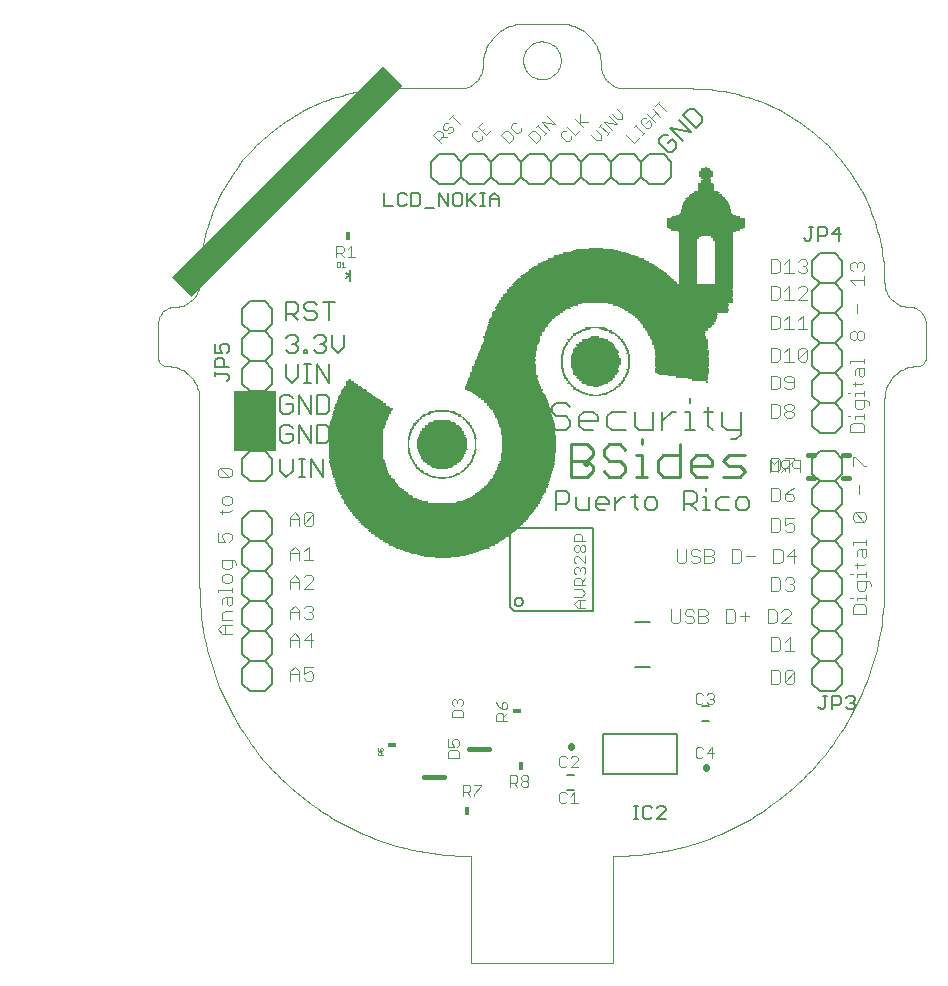
<source format=gto>
G75*
%MOIN*%
%OFA0B0*%
%FSLAX24Y24*%
%IPPOS*%
%LPD*%
%AMOC8*
5,1,8,0,0,1.08239X$1,22.5*
%
%ADD10C,0.0000*%
%ADD11C,0.0050*%
%ADD12C,0.0040*%
%ADD13C,0.0030*%
%ADD14C,0.0080*%
%ADD15C,0.0090*%
%ADD16C,0.0060*%
%ADD17C,0.0160*%
%ADD18R,0.1427X0.2018*%
%ADD19R,0.9941X0.0935*%
%ADD20C,0.0010*%
%ADD21R,0.0300X0.0180*%
%ADD22R,0.0180X0.0300*%
%ADD23C,0.0220*%
%ADD24R,0.0520X0.0020*%
%ADD25R,0.1220X0.0020*%
%ADD26R,0.1360X0.0020*%
%ADD27R,0.1520X0.0020*%
%ADD28R,0.1620X0.0020*%
%ADD29R,0.1760X0.0020*%
%ADD30R,0.2060X0.0020*%
%ADD31R,0.2180X0.0020*%
%ADD32R,0.2220X0.0020*%
%ADD33R,0.2360X0.0020*%
%ADD34R,0.2440X0.0020*%
%ADD35R,0.2620X0.0020*%
%ADD36R,0.2780X0.0020*%
%ADD37R,0.2800X0.0020*%
%ADD38R,0.2920X0.0020*%
%ADD39R,0.3120X0.0020*%
%ADD40R,0.3140X0.0020*%
%ADD41R,0.3180X0.0020*%
%ADD42R,0.3260X0.0020*%
%ADD43R,0.3300X0.0020*%
%ADD44R,0.3540X0.0020*%
%ADD45R,0.3580X0.0020*%
%ADD46R,0.3640X0.0020*%
%ADD47R,0.3660X0.0020*%
%ADD48R,0.3820X0.0020*%
%ADD49R,0.3900X0.0020*%
%ADD50R,0.3920X0.0020*%
%ADD51R,0.3960X0.0020*%
%ADD52R,0.4120X0.0020*%
%ADD53R,0.4220X0.0020*%
%ADD54R,0.4260X0.0020*%
%ADD55R,0.4280X0.0020*%
%ADD56R,0.4460X0.0020*%
%ADD57R,0.4480X0.0020*%
%ADD58R,0.4500X0.0020*%
%ADD59R,0.4540X0.0020*%
%ADD60R,0.4680X0.0020*%
%ADD61R,0.4700X0.0020*%
%ADD62R,0.4720X0.0020*%
%ADD63R,0.4760X0.0020*%
%ADD64R,0.4860X0.0020*%
%ADD65R,0.4880X0.0020*%
%ADD66R,0.4940X0.0020*%
%ADD67R,0.4960X0.0020*%
%ADD68R,0.5020X0.0020*%
%ADD69R,0.5080X0.0020*%
%ADD70R,0.5120X0.0020*%
%ADD71R,0.5140X0.0020*%
%ADD72R,0.5220X0.0020*%
%ADD73R,0.5260X0.0020*%
%ADD74R,0.5360X0.0020*%
%ADD75R,0.5380X0.0020*%
%ADD76R,0.5460X0.0020*%
%ADD77R,0.5500X0.0020*%
%ADD78R,0.5520X0.0020*%
%ADD79R,0.5560X0.0020*%
%ADD80R,0.5580X0.0020*%
%ADD81R,0.5640X0.0020*%
%ADD82R,0.5680X0.0020*%
%ADD83R,0.5740X0.0020*%
%ADD84R,0.5800X0.0020*%
%ADD85R,0.5820X0.0020*%
%ADD86R,0.5900X0.0020*%
%ADD87R,0.5960X0.0020*%
%ADD88R,0.5980X0.0020*%
%ADD89R,0.6000X0.0020*%
%ADD90R,0.6020X0.0020*%
%ADD91R,0.6140X0.0020*%
%ADD92R,0.6160X0.0020*%
%ADD93R,0.6220X0.0020*%
%ADD94R,0.6260X0.0020*%
%ADD95R,0.6280X0.0020*%
%ADD96R,0.6320X0.0020*%
%ADD97R,0.6360X0.0020*%
%ADD98R,0.6380X0.0020*%
%ADD99R,0.6420X0.0020*%
%ADD100R,0.2840X0.0020*%
%ADD101R,0.2760X0.0020*%
%ADD102R,0.2680X0.0020*%
%ADD103R,0.2640X0.0020*%
%ADD104R,0.2580X0.0020*%
%ADD105R,0.2600X0.0020*%
%ADD106R,0.2540X0.0020*%
%ADD107R,0.2560X0.0020*%
%ADD108R,0.2520X0.0020*%
%ADD109R,0.2500X0.0020*%
%ADD110R,0.2480X0.0020*%
%ADD111R,0.2460X0.0020*%
%ADD112R,0.2420X0.0020*%
%ADD113R,0.2400X0.0020*%
%ADD114R,0.2340X0.0020*%
%ADD115R,0.2260X0.0020*%
%ADD116R,0.2280X0.0020*%
%ADD117R,0.2300X0.0020*%
%ADD118R,0.2240X0.0020*%
%ADD119R,0.2200X0.0020*%
%ADD120R,0.2160X0.0020*%
%ADD121R,0.2140X0.0020*%
%ADD122R,0.2100X0.0020*%
%ADD123R,0.2120X0.0020*%
%ADD124R,0.2080X0.0020*%
%ADD125R,0.2040X0.0020*%
%ADD126R,0.2020X0.0020*%
%ADD127R,0.2000X0.0020*%
%ADD128R,0.1980X0.0020*%
%ADD129R,0.1960X0.0020*%
%ADD130R,0.0260X0.0020*%
%ADD131R,0.1940X0.0020*%
%ADD132R,0.0620X0.0020*%
%ADD133R,0.0680X0.0020*%
%ADD134R,0.0180X0.0020*%
%ADD135R,0.0200X0.0020*%
%ADD136R,0.0120X0.0020*%
%ADD137R,0.0140X0.0020*%
%ADD138R,0.1920X0.0020*%
%ADD139R,0.1900X0.0020*%
%ADD140R,0.0100X0.0020*%
%ADD141R,0.1880X0.0020*%
%ADD142R,0.1860X0.0020*%
%ADD143R,0.0080X0.0020*%
%ADD144R,0.0060X0.0020*%
%ADD145R,0.0380X0.0020*%
%ADD146R,0.0420X0.0020*%
%ADD147R,0.0760X0.0020*%
%ADD148R,0.0780X0.0020*%
%ADD149R,0.0800X0.0020*%
%ADD150R,0.0920X0.0020*%
%ADD151R,0.1000X0.0020*%
%ADD152R,0.1840X0.0020*%
%ADD153R,0.0040X0.0020*%
%ADD154R,0.1020X0.0020*%
%ADD155R,0.1100X0.0020*%
%ADD156R,0.1820X0.0020*%
%ADD157R,0.1120X0.0020*%
%ADD158R,0.1180X0.0020*%
%ADD159R,0.1240X0.0020*%
%ADD160R,0.1260X0.0020*%
%ADD161R,0.1800X0.0020*%
%ADD162R,0.1300X0.0020*%
%ADD163R,0.1320X0.0020*%
%ADD164R,0.0020X0.0020*%
%ADD165R,0.1780X0.0020*%
%ADD166R,0.1380X0.0020*%
%ADD167R,0.1400X0.0020*%
%ADD168R,0.1420X0.0020*%
%ADD169R,0.1480X0.0020*%
%ADD170R,0.1500X0.0020*%
%ADD171R,0.1540X0.0020*%
%ADD172R,0.1580X0.0020*%
%ADD173R,0.1640X0.0020*%
%ADD174R,0.1660X0.0020*%
%ADD175R,0.1680X0.0020*%
%ADD176R,0.1600X0.0020*%
%ADD177R,0.1460X0.0020*%
%ADD178R,0.1440X0.0020*%
%ADD179R,0.1340X0.0020*%
%ADD180R,0.1200X0.0020*%
%ADD181R,0.1160X0.0020*%
%ADD182R,0.0860X0.0020*%
%ADD183R,0.0560X0.0020*%
%ADD184R,0.0500X0.0020*%
%ADD185R,0.0460X0.0020*%
%ADD186R,0.0320X0.0020*%
%ADD187R,0.1700X0.0020*%
%ADD188R,0.1560X0.0020*%
%ADD189R,0.1140X0.0020*%
%ADD190R,0.0240X0.0020*%
%ADD191R,0.1040X0.0020*%
%ADD192R,0.2320X0.0020*%
%ADD193R,0.0280X0.0020*%
%ADD194R,0.0960X0.0020*%
%ADD195R,0.0160X0.0020*%
%ADD196R,0.0940X0.0020*%
%ADD197R,0.0840X0.0020*%
%ADD198R,0.0820X0.0020*%
%ADD199R,0.0660X0.0020*%
%ADD200R,0.0580X0.0020*%
%ADD201R,0.0400X0.0020*%
%ADD202R,0.0360X0.0020*%
%ADD203R,0.2380X0.0020*%
%ADD204R,0.0900X0.0020*%
%ADD205R,0.1080X0.0020*%
%ADD206R,0.0640X0.0020*%
%ADD207R,0.1280X0.0020*%
%ADD208R,0.1720X0.0020*%
%ADD209R,0.1060X0.0020*%
%ADD210R,0.0880X0.0020*%
%ADD211R,0.0720X0.0020*%
%ADD212R,0.0300X0.0020*%
%ADD213R,0.0220X0.0020*%
%ADD214R,0.2700X0.0020*%
%ADD215R,0.2720X0.0020*%
%ADD216R,0.2820X0.0020*%
%ADD217R,0.2900X0.0020*%
%ADD218R,0.3320X0.0020*%
%ADD219R,0.3340X0.0020*%
%ADD220R,0.3440X0.0020*%
%ADD221R,0.3480X0.0020*%
%ADD222R,0.3560X0.0020*%
%ADD223R,0.3600X0.0020*%
%ADD224R,0.3720X0.0020*%
%ADD225R,0.3840X0.0020*%
%ADD226R,0.3940X0.0020*%
%ADD227R,0.4000X0.0020*%
%ADD228R,0.3060X0.0020*%
%ADD229R,0.4440X0.0020*%
%ADD230R,0.7780X0.0020*%
%ADD231R,0.7740X0.0020*%
%ADD232R,0.7720X0.0020*%
%ADD233R,0.7700X0.0020*%
%ADD234R,0.7640X0.0020*%
%ADD235R,0.7600X0.0020*%
%ADD236R,0.7580X0.0020*%
%ADD237R,0.7560X0.0020*%
%ADD238R,0.7540X0.0020*%
%ADD239R,0.7520X0.0020*%
%ADD240R,0.7500X0.0020*%
%ADD241R,0.7460X0.0020*%
%ADD242R,0.7400X0.0020*%
%ADD243R,0.7360X0.0020*%
%ADD244R,0.5400X0.0020*%
%ADD245R,0.5340X0.0020*%
%ADD246R,0.5320X0.0020*%
%ADD247R,0.5200X0.0020*%
%ADD248R,0.5180X0.0020*%
%ADD249R,0.5100X0.0020*%
%ADD250R,0.5000X0.0020*%
%ADD251R,0.4980X0.0020*%
%ADD252R,0.4900X0.0020*%
%ADD253R,0.4780X0.0020*%
%ADD254R,0.4660X0.0020*%
%ADD255R,0.4640X0.0020*%
%ADD256R,0.4520X0.0020*%
%ADD257R,0.4420X0.0020*%
%ADD258R,0.4300X0.0020*%
%ADD259R,0.4160X0.0020*%
%ADD260R,0.4100X0.0020*%
%ADD261R,0.3880X0.0020*%
%ADD262R,0.3780X0.0020*%
%ADD263R,0.3620X0.0020*%
%ADD264R,0.3520X0.0020*%
%ADD265R,0.3360X0.0020*%
%ADD266R,0.3220X0.0020*%
%ADD267R,0.3200X0.0020*%
%ADD268R,0.3080X0.0020*%
%ADD269R,0.2880X0.0020*%
%ADD270R,0.0480X0.0020*%
%ADD271R,0.0600X0.0020*%
%ADD272R,0.0700X0.0020*%
%ADD273R,0.0740X0.0020*%
%ADD274R,0.0540X0.0020*%
%ADD275R,0.0340X0.0020*%
%ADD276R,0.0440X0.0020*%
D10*
X010533Y001133D02*
X015257Y001133D01*
X015257Y004677D01*
X010533Y004677D02*
X010533Y001133D01*
X010533Y004677D02*
X010314Y004680D01*
X010096Y004688D01*
X009877Y004701D01*
X009659Y004719D01*
X009442Y004743D01*
X009225Y004772D01*
X009009Y004806D01*
X008793Y004846D01*
X008579Y004890D01*
X008366Y004940D01*
X008154Y004995D01*
X007944Y005055D01*
X007735Y005120D01*
X007528Y005190D01*
X007322Y005265D01*
X007118Y005345D01*
X006917Y005430D01*
X006717Y005520D01*
X006520Y005615D01*
X006325Y005714D01*
X006132Y005818D01*
X005942Y005927D01*
X005755Y006040D01*
X005571Y006158D01*
X005389Y006280D01*
X005211Y006406D01*
X005035Y006537D01*
X004863Y006672D01*
X004694Y006811D01*
X004528Y006954D01*
X004366Y007101D01*
X004208Y007252D01*
X004053Y007407D01*
X003902Y007565D01*
X003755Y007727D01*
X003612Y007893D01*
X003473Y008062D01*
X003338Y008234D01*
X003207Y008410D01*
X003081Y008588D01*
X002959Y008770D01*
X002841Y008954D01*
X002728Y009141D01*
X002619Y009331D01*
X002515Y009524D01*
X002416Y009719D01*
X002321Y009916D01*
X002231Y010116D01*
X002146Y010317D01*
X002066Y010521D01*
X001991Y010727D01*
X001921Y010934D01*
X001856Y011143D01*
X001796Y011353D01*
X001741Y011565D01*
X001691Y011778D01*
X001647Y011992D01*
X001607Y012208D01*
X001573Y012424D01*
X001544Y012641D01*
X001520Y012858D01*
X001502Y013076D01*
X001489Y013295D01*
X001481Y013513D01*
X001478Y013732D01*
X001478Y019916D01*
X001476Y019980D01*
X001471Y020044D01*
X001461Y020107D01*
X001448Y020170D01*
X001432Y020231D01*
X001412Y020292D01*
X001388Y020352D01*
X001361Y020410D01*
X001331Y020466D01*
X001297Y020520D01*
X001260Y020573D01*
X001221Y020623D01*
X001178Y020671D01*
X001133Y020716D01*
X001085Y020759D01*
X001035Y020798D01*
X000982Y020835D01*
X000928Y020869D01*
X000872Y020899D01*
X000814Y020926D01*
X000754Y020950D01*
X000693Y020970D01*
X000632Y020986D01*
X000569Y020999D01*
X000506Y021009D01*
X000442Y021014D01*
X000378Y021016D01*
X000347Y021018D01*
X000316Y021023D01*
X000286Y021032D01*
X000257Y021044D01*
X000230Y021059D01*
X000205Y021077D01*
X000181Y021097D01*
X000161Y021121D01*
X000143Y021146D01*
X000128Y021173D01*
X000116Y021202D01*
X000107Y021232D01*
X000102Y021263D01*
X000100Y021294D01*
X000100Y022427D01*
X000102Y022473D01*
X000108Y022519D01*
X000117Y022564D01*
X000130Y022608D01*
X000147Y022651D01*
X000167Y022692D01*
X000191Y022732D01*
X000217Y022769D01*
X000247Y022804D01*
X000280Y022837D01*
X000315Y022867D01*
X000352Y022893D01*
X000392Y022917D01*
X000433Y022937D01*
X000476Y022954D01*
X000520Y022967D01*
X000565Y022976D01*
X000611Y022982D01*
X000657Y022984D01*
X000713Y022986D01*
X000769Y022992D01*
X000824Y023001D01*
X000879Y023014D01*
X000932Y023031D01*
X000984Y023052D01*
X001035Y023076D01*
X001084Y023104D01*
X001130Y023134D01*
X001175Y023168D01*
X001217Y023205D01*
X001257Y023245D01*
X001294Y023287D01*
X001328Y023332D01*
X001358Y023378D01*
X001386Y023427D01*
X001410Y023478D01*
X001431Y023530D01*
X001448Y023583D01*
X001461Y023638D01*
X001470Y023693D01*
X001476Y023749D01*
X001478Y023805D01*
X001480Y023964D01*
X001486Y024122D01*
X001496Y024280D01*
X001509Y024438D01*
X001527Y024596D01*
X001548Y024753D01*
X001573Y024910D01*
X001602Y025066D01*
X001635Y025221D01*
X001672Y025375D01*
X001712Y025528D01*
X001756Y025681D01*
X001804Y025832D01*
X001856Y025982D01*
X001911Y026131D01*
X001970Y026278D01*
X002032Y026424D01*
X002098Y026568D01*
X002168Y026710D01*
X002241Y026851D01*
X002317Y026990D01*
X002397Y027127D01*
X002481Y027262D01*
X002567Y027395D01*
X002657Y027526D01*
X002750Y027654D01*
X002846Y027781D01*
X002945Y027904D01*
X003047Y028026D01*
X003152Y028145D01*
X003260Y028261D01*
X003371Y028374D01*
X003484Y028485D01*
X003600Y028593D01*
X003719Y028698D01*
X003841Y028800D01*
X003964Y028899D01*
X004091Y028995D01*
X004219Y029088D01*
X004350Y029178D01*
X004483Y029264D01*
X004618Y029348D01*
X004755Y029428D01*
X004894Y029504D01*
X005035Y029577D01*
X005177Y029647D01*
X005321Y029713D01*
X005467Y029775D01*
X005614Y029834D01*
X005763Y029889D01*
X005913Y029941D01*
X006064Y029989D01*
X006217Y030033D01*
X006370Y030073D01*
X006524Y030110D01*
X006679Y030143D01*
X006835Y030172D01*
X006992Y030197D01*
X007149Y030218D01*
X007307Y030236D01*
X007465Y030249D01*
X007623Y030259D01*
X007781Y030265D01*
X007940Y030267D01*
X010125Y030267D01*
X010139Y030268D02*
X010193Y030270D01*
X010246Y030275D01*
X010299Y030284D01*
X010351Y030297D01*
X010403Y030313D01*
X010453Y030333D01*
X010501Y030356D01*
X010548Y030383D01*
X010593Y030412D01*
X010636Y030445D01*
X010676Y030480D01*
X010714Y030518D01*
X010749Y030558D01*
X010782Y030601D01*
X010811Y030646D01*
X010838Y030693D01*
X010861Y030741D01*
X010881Y030791D01*
X010897Y030843D01*
X010910Y030895D01*
X010919Y030948D01*
X010924Y031001D01*
X010926Y031055D01*
X010927Y031055D02*
X010929Y031127D01*
X010935Y031199D01*
X010944Y031271D01*
X010957Y031342D01*
X010974Y031412D01*
X010994Y031481D01*
X011019Y031549D01*
X011046Y031615D01*
X011077Y031681D01*
X011112Y031744D01*
X011149Y031806D01*
X011190Y031865D01*
X011234Y031922D01*
X011281Y031977D01*
X011331Y032029D01*
X011383Y032079D01*
X011438Y032126D01*
X011495Y032170D01*
X011554Y032211D01*
X011616Y032248D01*
X011679Y032283D01*
X011745Y032314D01*
X011811Y032341D01*
X011879Y032366D01*
X011948Y032386D01*
X012018Y032403D01*
X012089Y032416D01*
X012161Y032425D01*
X012233Y032431D01*
X012305Y032433D01*
X013486Y032433D01*
X012265Y031205D02*
X012267Y031255D01*
X012273Y031305D01*
X012283Y031354D01*
X012297Y031402D01*
X012314Y031449D01*
X012335Y031494D01*
X012360Y031538D01*
X012388Y031579D01*
X012420Y031618D01*
X012454Y031655D01*
X012491Y031689D01*
X012531Y031719D01*
X012573Y031746D01*
X012617Y031770D01*
X012663Y031791D01*
X012710Y031807D01*
X012758Y031820D01*
X012808Y031829D01*
X012857Y031834D01*
X012908Y031835D01*
X012958Y031832D01*
X013007Y031825D01*
X013056Y031814D01*
X013104Y031799D01*
X013150Y031781D01*
X013195Y031759D01*
X013238Y031733D01*
X013279Y031704D01*
X013318Y031672D01*
X013354Y031637D01*
X013386Y031599D01*
X013416Y031559D01*
X013443Y031516D01*
X013466Y031472D01*
X013485Y031426D01*
X013501Y031378D01*
X013513Y031329D01*
X013521Y031280D01*
X013525Y031230D01*
X013525Y031180D01*
X013521Y031130D01*
X013513Y031081D01*
X013501Y031032D01*
X013485Y030984D01*
X013466Y030938D01*
X013443Y030894D01*
X013416Y030851D01*
X013386Y030811D01*
X013354Y030773D01*
X013318Y030738D01*
X013279Y030706D01*
X013238Y030677D01*
X013195Y030651D01*
X013150Y030629D01*
X013104Y030611D01*
X013056Y030596D01*
X013007Y030585D01*
X012958Y030578D01*
X012908Y030575D01*
X012857Y030576D01*
X012808Y030581D01*
X012758Y030590D01*
X012710Y030603D01*
X012663Y030619D01*
X012617Y030640D01*
X012573Y030664D01*
X012531Y030691D01*
X012491Y030721D01*
X012454Y030755D01*
X012420Y030792D01*
X012388Y030831D01*
X012360Y030872D01*
X012335Y030916D01*
X012314Y030961D01*
X012297Y031008D01*
X012283Y031056D01*
X012273Y031105D01*
X012267Y031155D01*
X012265Y031205D01*
X013486Y032433D02*
X013558Y032431D01*
X013630Y032425D01*
X013702Y032416D01*
X013773Y032403D01*
X013843Y032386D01*
X013912Y032366D01*
X013980Y032341D01*
X014046Y032314D01*
X014112Y032283D01*
X014175Y032248D01*
X014237Y032211D01*
X014296Y032170D01*
X014353Y032126D01*
X014408Y032079D01*
X014460Y032029D01*
X014510Y031977D01*
X014557Y031922D01*
X014601Y031865D01*
X014642Y031806D01*
X014679Y031744D01*
X014714Y031681D01*
X014745Y031615D01*
X014772Y031549D01*
X014797Y031481D01*
X014817Y031412D01*
X014834Y031342D01*
X014847Y031271D01*
X014856Y031199D01*
X014862Y031127D01*
X014864Y031055D01*
X014866Y031001D01*
X014871Y030948D01*
X014880Y030895D01*
X014893Y030843D01*
X014909Y030791D01*
X014929Y030741D01*
X014952Y030693D01*
X014979Y030646D01*
X015008Y030601D01*
X015041Y030558D01*
X015076Y030518D01*
X015114Y030480D01*
X015154Y030445D01*
X015197Y030412D01*
X015242Y030383D01*
X015289Y030356D01*
X015337Y030333D01*
X015387Y030313D01*
X015439Y030297D01*
X015491Y030284D01*
X015544Y030275D01*
X015597Y030270D01*
X015651Y030268D01*
X015665Y030267D02*
X017850Y030267D01*
X018009Y030265D01*
X018167Y030259D01*
X018325Y030249D01*
X018483Y030236D01*
X018641Y030218D01*
X018798Y030197D01*
X018955Y030172D01*
X019111Y030143D01*
X019266Y030110D01*
X019420Y030073D01*
X019573Y030033D01*
X019726Y029989D01*
X019877Y029941D01*
X020027Y029889D01*
X020176Y029834D01*
X020323Y029775D01*
X020469Y029713D01*
X020613Y029647D01*
X020755Y029577D01*
X020896Y029504D01*
X021035Y029428D01*
X021172Y029348D01*
X021307Y029264D01*
X021440Y029178D01*
X021571Y029088D01*
X021699Y028995D01*
X021826Y028899D01*
X021949Y028800D01*
X022071Y028698D01*
X022190Y028593D01*
X022306Y028485D01*
X022419Y028374D01*
X022530Y028261D01*
X022638Y028145D01*
X022743Y028026D01*
X022845Y027904D01*
X022944Y027781D01*
X023040Y027654D01*
X023133Y027526D01*
X023223Y027395D01*
X023309Y027262D01*
X023393Y027127D01*
X023473Y026990D01*
X023549Y026851D01*
X023622Y026710D01*
X023692Y026568D01*
X023758Y026424D01*
X023820Y026278D01*
X023879Y026131D01*
X023934Y025982D01*
X023986Y025832D01*
X024034Y025681D01*
X024078Y025528D01*
X024118Y025375D01*
X024155Y025221D01*
X024188Y025066D01*
X024217Y024910D01*
X024242Y024753D01*
X024263Y024596D01*
X024281Y024438D01*
X024294Y024280D01*
X024304Y024122D01*
X024310Y023964D01*
X024312Y023805D01*
X024313Y023805D02*
X024315Y023749D01*
X024321Y023693D01*
X024330Y023638D01*
X024343Y023583D01*
X024360Y023530D01*
X024381Y023478D01*
X024405Y023427D01*
X024433Y023378D01*
X024463Y023332D01*
X024497Y023287D01*
X024534Y023245D01*
X024574Y023205D01*
X024616Y023168D01*
X024661Y023134D01*
X024707Y023104D01*
X024756Y023076D01*
X024807Y023052D01*
X024859Y023031D01*
X024912Y023014D01*
X024967Y023001D01*
X025022Y022992D01*
X025078Y022986D01*
X025134Y022984D01*
X025180Y022982D01*
X025226Y022976D01*
X025271Y022967D01*
X025315Y022954D01*
X025358Y022937D01*
X025399Y022917D01*
X025439Y022893D01*
X025476Y022867D01*
X025511Y022837D01*
X025544Y022804D01*
X025574Y022769D01*
X025600Y022732D01*
X025624Y022692D01*
X025644Y022651D01*
X025661Y022608D01*
X025674Y022564D01*
X025683Y022519D01*
X025689Y022473D01*
X025691Y022427D01*
X025691Y021294D01*
X025690Y021294D02*
X025688Y021263D01*
X025683Y021232D01*
X025674Y021202D01*
X025662Y021173D01*
X025647Y021146D01*
X025629Y021121D01*
X025609Y021097D01*
X025585Y021077D01*
X025560Y021059D01*
X025533Y021044D01*
X025504Y021032D01*
X025474Y021023D01*
X025443Y021018D01*
X025412Y021016D01*
X025348Y021014D01*
X025284Y021009D01*
X025221Y020999D01*
X025158Y020986D01*
X025097Y020970D01*
X025036Y020950D01*
X024976Y020926D01*
X024918Y020899D01*
X024862Y020869D01*
X024808Y020835D01*
X024755Y020798D01*
X024705Y020759D01*
X024657Y020716D01*
X024612Y020671D01*
X024569Y020623D01*
X024530Y020573D01*
X024493Y020520D01*
X024459Y020466D01*
X024429Y020410D01*
X024402Y020352D01*
X024378Y020292D01*
X024358Y020231D01*
X024342Y020170D01*
X024329Y020107D01*
X024319Y020044D01*
X024314Y019980D01*
X024312Y019916D01*
X024313Y019916D02*
X024313Y013732D01*
X024312Y013732D02*
X024309Y013513D01*
X024301Y013295D01*
X024288Y013076D01*
X024270Y012858D01*
X024246Y012641D01*
X024217Y012424D01*
X024183Y012208D01*
X024143Y011992D01*
X024099Y011778D01*
X024049Y011565D01*
X023994Y011353D01*
X023934Y011143D01*
X023869Y010934D01*
X023799Y010727D01*
X023724Y010521D01*
X023644Y010317D01*
X023559Y010116D01*
X023469Y009916D01*
X023374Y009719D01*
X023275Y009524D01*
X023171Y009331D01*
X023062Y009141D01*
X022949Y008954D01*
X022831Y008770D01*
X022709Y008588D01*
X022583Y008410D01*
X022452Y008234D01*
X022317Y008062D01*
X022178Y007893D01*
X022035Y007727D01*
X021888Y007565D01*
X021737Y007407D01*
X021582Y007252D01*
X021424Y007101D01*
X021262Y006954D01*
X021096Y006811D01*
X020927Y006672D01*
X020755Y006537D01*
X020579Y006406D01*
X020401Y006280D01*
X020219Y006158D01*
X020035Y006040D01*
X019848Y005927D01*
X019658Y005818D01*
X019465Y005714D01*
X019270Y005615D01*
X019073Y005520D01*
X018873Y005430D01*
X018672Y005345D01*
X018468Y005265D01*
X018262Y005190D01*
X018055Y005120D01*
X017846Y005055D01*
X017636Y004995D01*
X017424Y004940D01*
X017211Y004890D01*
X016997Y004846D01*
X016781Y004806D01*
X016565Y004772D01*
X016348Y004743D01*
X016131Y004719D01*
X015913Y004701D01*
X015694Y004688D01*
X015476Y004680D01*
X015257Y004677D01*
D11*
X015949Y005908D02*
X016099Y005908D01*
X016024Y005908D02*
X016024Y006359D01*
X015949Y006359D02*
X016099Y006359D01*
X016256Y006284D02*
X016256Y005983D01*
X016331Y005908D01*
X016481Y005908D01*
X016556Y005983D01*
X016716Y005908D02*
X017016Y006209D01*
X017016Y006284D01*
X016941Y006359D01*
X016791Y006359D01*
X016716Y006284D01*
X016556Y006284D02*
X016481Y006359D01*
X016331Y006359D01*
X016256Y006284D01*
X016716Y005908D02*
X017016Y005908D01*
X022108Y009643D02*
X022183Y009568D01*
X022258Y009568D01*
X022333Y009643D01*
X022333Y010019D01*
X022258Y010019D02*
X022408Y010019D01*
X022569Y010019D02*
X022569Y009568D01*
X022569Y009718D02*
X022794Y009718D01*
X022869Y009794D01*
X022869Y009944D01*
X022794Y010019D01*
X022569Y010019D01*
X023029Y009944D02*
X023104Y010019D01*
X023254Y010019D01*
X023329Y009944D01*
X023329Y009869D01*
X023254Y009794D01*
X023329Y009718D01*
X023329Y009643D01*
X023254Y009568D01*
X023104Y009568D01*
X023029Y009643D01*
X023179Y009794D02*
X023254Y009794D01*
X022784Y025198D02*
X022784Y025649D01*
X022559Y025424D01*
X022859Y025424D01*
X022399Y025424D02*
X022324Y025348D01*
X022099Y025348D01*
X022099Y025198D02*
X022099Y025649D01*
X022324Y025649D01*
X022399Y025574D01*
X022399Y025424D01*
X021938Y025649D02*
X021788Y025649D01*
X021863Y025649D02*
X021863Y025273D01*
X021788Y025198D01*
X021713Y025198D01*
X021638Y025273D01*
X018022Y028943D02*
X018237Y029159D01*
X018237Y029303D01*
X017950Y029591D01*
X017806Y029591D01*
X017590Y029375D01*
X018022Y028943D01*
X017880Y028802D02*
X017448Y029233D01*
X017160Y028945D02*
X017880Y028802D01*
X017592Y028514D02*
X017160Y028945D01*
X017090Y028732D02*
X016946Y028732D01*
X016802Y028588D01*
X016802Y028444D01*
X017090Y028156D01*
X017234Y028156D01*
X017378Y028300D01*
X017378Y028444D01*
X017234Y028588D01*
X017090Y028444D01*
X011452Y026647D02*
X011452Y026347D01*
X011452Y026572D02*
X011151Y026572D01*
X011151Y026647D02*
X011302Y026798D01*
X011452Y026647D01*
X011151Y026647D02*
X011151Y026347D01*
X010995Y026347D02*
X010845Y026347D01*
X010920Y026347D02*
X010920Y026798D01*
X010845Y026798D02*
X010995Y026798D01*
X010684Y026798D02*
X010384Y026497D01*
X010459Y026572D02*
X010684Y026347D01*
X010384Y026347D02*
X010384Y026798D01*
X010224Y026723D02*
X010224Y026422D01*
X010149Y026347D01*
X009999Y026347D01*
X009924Y026422D01*
X009924Y026723D01*
X009999Y026798D01*
X010149Y026798D01*
X010224Y026723D01*
X009764Y026798D02*
X009764Y026347D01*
X009463Y026798D01*
X009463Y026347D01*
X009303Y026272D02*
X009003Y026272D01*
X008843Y026422D02*
X008843Y026723D01*
X008768Y026798D01*
X008543Y026798D01*
X008543Y026347D01*
X008768Y026347D01*
X008843Y026422D01*
X008382Y026422D02*
X008307Y026347D01*
X008157Y026347D01*
X008082Y026422D01*
X008082Y026723D01*
X008157Y026798D01*
X008307Y026798D01*
X008382Y026723D01*
X007922Y026347D02*
X007622Y026347D01*
X007622Y026798D01*
X005993Y023160D02*
X005586Y023160D01*
X005790Y023160D02*
X005790Y022550D01*
X005386Y022651D02*
X005284Y022550D01*
X005080Y022550D01*
X004979Y022651D01*
X004778Y022550D02*
X004574Y022753D01*
X004676Y022753D02*
X004778Y022855D01*
X004778Y023058D01*
X004676Y023160D01*
X004371Y023160D01*
X004371Y022550D01*
X004371Y022753D02*
X004676Y022753D01*
X004979Y022957D02*
X005080Y022855D01*
X005284Y022855D01*
X005386Y022753D01*
X005386Y022651D01*
X005386Y023058D02*
X005284Y023160D01*
X005080Y023160D01*
X004979Y023058D01*
X004979Y022957D01*
X004676Y022046D02*
X004473Y022046D01*
X004371Y021945D01*
X004574Y021741D02*
X004676Y021741D01*
X004778Y021639D01*
X004778Y021537D01*
X004676Y021436D01*
X004473Y021436D01*
X004371Y021537D01*
X004676Y021741D02*
X004778Y021843D01*
X004778Y021945D01*
X004676Y022046D01*
X004979Y021537D02*
X005080Y021537D01*
X005080Y021436D01*
X004979Y021436D01*
X004979Y021537D01*
X005282Y021537D02*
X005384Y021436D01*
X005588Y021436D01*
X005689Y021537D01*
X005689Y021639D01*
X005588Y021741D01*
X005486Y021741D01*
X005588Y021741D02*
X005689Y021843D01*
X005689Y021945D01*
X005588Y022046D01*
X005384Y022046D01*
X005282Y021945D01*
X005890Y022046D02*
X005890Y021639D01*
X006094Y021436D01*
X006297Y021639D01*
X006297Y022046D01*
X005791Y021074D02*
X005791Y020463D01*
X005384Y021074D01*
X005384Y020463D01*
X005182Y020463D02*
X004979Y020463D01*
X005080Y020463D02*
X005080Y021074D01*
X004979Y021074D02*
X005182Y021074D01*
X004778Y021074D02*
X004778Y020666D01*
X004574Y020463D01*
X004371Y020666D01*
X004371Y021074D01*
X004276Y020042D02*
X004174Y019940D01*
X004174Y019533D01*
X004276Y019431D01*
X004479Y019431D01*
X004581Y019533D01*
X004581Y019737D01*
X004378Y019737D01*
X004581Y019940D02*
X004479Y020042D01*
X004276Y020042D01*
X004782Y020042D02*
X004782Y019431D01*
X004782Y019052D02*
X005189Y018441D01*
X005189Y019052D01*
X005389Y019052D02*
X005695Y019052D01*
X005797Y018950D01*
X005797Y018543D01*
X005695Y018441D01*
X005389Y018441D01*
X005389Y019052D01*
X005389Y019431D02*
X005695Y019431D01*
X005797Y019533D01*
X005797Y019940D01*
X005695Y020042D01*
X005389Y020042D01*
X005389Y019431D01*
X005189Y019431D02*
X005189Y020042D01*
X004782Y020042D02*
X005189Y019431D01*
X004782Y019052D02*
X004782Y018441D01*
X004581Y018543D02*
X004581Y018747D01*
X004378Y018747D01*
X004581Y018950D02*
X004479Y019052D01*
X004276Y019052D01*
X004174Y018950D01*
X004174Y018543D01*
X004276Y018441D01*
X004479Y018441D01*
X004581Y018543D01*
X004581Y017924D02*
X004581Y017517D01*
X004378Y017313D01*
X004174Y017517D01*
X004174Y017924D01*
X004782Y017924D02*
X004985Y017924D01*
X004884Y017924D02*
X004884Y017313D01*
X004985Y017313D02*
X004782Y017313D01*
X005187Y017313D02*
X005187Y017924D01*
X005594Y017313D01*
X005594Y017924D01*
X006091Y018292D02*
X006166Y018217D01*
X006241Y018217D01*
X006316Y018292D01*
X006316Y018667D01*
X006241Y018667D02*
X006391Y018667D01*
X006551Y018667D02*
X006777Y018667D01*
X006852Y018592D01*
X006852Y018442D01*
X006777Y018367D01*
X006551Y018367D01*
X006551Y018217D02*
X006551Y018667D01*
X007012Y018592D02*
X007087Y018667D01*
X007237Y018667D01*
X007312Y018592D01*
X007312Y018517D01*
X007012Y018217D01*
X007312Y018217D01*
X002461Y020600D02*
X002461Y020675D01*
X002386Y020750D01*
X002011Y020750D01*
X002011Y020675D02*
X002011Y020825D01*
X002011Y020985D02*
X002011Y021210D01*
X002086Y021285D01*
X002236Y021285D01*
X002311Y021210D01*
X002311Y020985D01*
X002461Y020985D02*
X002011Y020985D01*
X002011Y021446D02*
X002236Y021446D01*
X002161Y021596D01*
X002161Y021671D01*
X002236Y021746D01*
X002386Y021746D01*
X002461Y021671D01*
X002461Y021521D01*
X002386Y021446D01*
X002011Y021446D02*
X002011Y021746D01*
X002461Y020600D02*
X002386Y020525D01*
D12*
X002478Y017612D02*
X002171Y017612D01*
X002478Y017305D01*
X002554Y017382D01*
X002554Y017536D01*
X002478Y017612D01*
X002478Y017305D02*
X002171Y017305D01*
X002094Y017382D01*
X002094Y017536D01*
X002171Y017612D01*
X002324Y016692D02*
X002247Y016615D01*
X002247Y016461D01*
X002324Y016385D01*
X002478Y016385D01*
X002554Y016461D01*
X002554Y016615D01*
X002478Y016692D01*
X002324Y016692D01*
X002247Y016231D02*
X002247Y016078D01*
X002171Y016154D02*
X002478Y016154D01*
X002554Y016231D01*
X002478Y015464D02*
X002554Y015387D01*
X002554Y015234D01*
X002478Y015157D01*
X002324Y015157D02*
X002247Y015310D01*
X002247Y015387D01*
X002324Y015464D01*
X002478Y015464D01*
X002324Y015157D02*
X002094Y015157D01*
X002094Y015464D01*
X002247Y014543D02*
X002247Y014313D01*
X002324Y014236D01*
X002478Y014236D01*
X002554Y014313D01*
X002554Y014543D01*
X002631Y014543D02*
X002247Y014543D01*
X002324Y014083D02*
X002247Y014006D01*
X002247Y013852D01*
X002324Y013776D01*
X002478Y013776D01*
X002554Y013852D01*
X002554Y014006D01*
X002478Y014083D01*
X002324Y014083D01*
X002708Y014390D02*
X002708Y014466D01*
X002631Y014543D01*
X002554Y013622D02*
X002554Y013469D01*
X002554Y013545D02*
X002094Y013545D01*
X002094Y013469D01*
X002247Y013239D02*
X002324Y013315D01*
X002554Y013315D01*
X002554Y013085D01*
X002478Y013008D01*
X002401Y013085D01*
X002401Y013315D01*
X002247Y013239D02*
X002247Y013085D01*
X002324Y012855D02*
X002247Y012778D01*
X002247Y012548D01*
X002554Y012548D01*
X002554Y012395D02*
X002247Y012395D01*
X002094Y012241D01*
X002247Y012088D01*
X002554Y012088D01*
X002324Y012088D02*
X002324Y012395D01*
X002324Y012855D02*
X002554Y012855D01*
X004500Y012879D02*
X004500Y012572D01*
X004500Y012802D02*
X004807Y012802D01*
X004807Y012879D02*
X004807Y012572D01*
X004960Y012649D02*
X005037Y012572D01*
X005190Y012572D01*
X005267Y012649D01*
X005267Y012726D01*
X005190Y012802D01*
X005114Y012802D01*
X005190Y012802D02*
X005267Y012879D01*
X005267Y012956D01*
X005190Y013033D01*
X005037Y013033D01*
X004960Y012956D01*
X004807Y012879D02*
X004653Y013033D01*
X004500Y012879D01*
X004500Y013591D02*
X004500Y013898D01*
X004653Y014051D01*
X004807Y013898D01*
X004807Y013591D01*
X004960Y013591D02*
X005267Y013898D01*
X005267Y013974D01*
X005190Y014051D01*
X005037Y014051D01*
X004960Y013974D01*
X004807Y013821D02*
X004500Y013821D01*
X004960Y013591D02*
X005267Y013591D01*
X005267Y014539D02*
X004960Y014539D01*
X004807Y014539D02*
X004807Y014846D01*
X004653Y015000D01*
X004500Y014846D01*
X004500Y014539D01*
X004500Y014769D02*
X004807Y014769D01*
X004960Y014846D02*
X005114Y015000D01*
X005114Y014539D01*
X005190Y015685D02*
X005037Y015685D01*
X004960Y015761D01*
X005267Y016068D01*
X005267Y015761D01*
X005190Y015685D01*
X004960Y015761D02*
X004960Y016068D01*
X005037Y016145D01*
X005190Y016145D01*
X005267Y016068D01*
X004807Y015992D02*
X004807Y015685D01*
X004807Y015915D02*
X004500Y015915D01*
X004500Y015992D02*
X004500Y015685D01*
X004500Y015992D02*
X004653Y016145D01*
X004807Y015992D01*
X004653Y012114D02*
X004807Y011961D01*
X004807Y011654D01*
X004807Y011884D02*
X004500Y011884D01*
X004500Y011961D02*
X004653Y012114D01*
X004500Y011961D02*
X004500Y011654D01*
X004960Y011884D02*
X005267Y011884D01*
X005190Y011654D02*
X005190Y012114D01*
X004960Y011884D01*
X004960Y010989D02*
X004960Y010759D01*
X005114Y010835D01*
X005190Y010835D01*
X005267Y010759D01*
X005267Y010605D01*
X005190Y010528D01*
X005037Y010528D01*
X004960Y010605D01*
X004807Y010528D02*
X004807Y010835D01*
X004653Y010989D01*
X004500Y010835D01*
X004500Y010528D01*
X004500Y010759D02*
X004807Y010759D01*
X004960Y010989D02*
X005267Y010989D01*
X017193Y012520D02*
X017269Y012443D01*
X017423Y012443D01*
X017500Y012520D01*
X017500Y012904D01*
X017653Y012827D02*
X017653Y012750D01*
X017730Y012674D01*
X017883Y012674D01*
X017960Y012597D01*
X017960Y012520D01*
X017883Y012443D01*
X017730Y012443D01*
X017653Y012520D01*
X017653Y012827D02*
X017730Y012904D01*
X017883Y012904D01*
X017960Y012827D01*
X018113Y012904D02*
X018113Y012443D01*
X018344Y012443D01*
X018420Y012520D01*
X018420Y012597D01*
X018344Y012674D01*
X018113Y012674D01*
X018113Y012904D02*
X018344Y012904D01*
X018420Y012827D01*
X018420Y012750D01*
X018344Y012674D01*
X019034Y012904D02*
X019034Y012443D01*
X019264Y012443D01*
X019341Y012520D01*
X019341Y012827D01*
X019264Y012904D01*
X019034Y012904D01*
X019495Y012674D02*
X019802Y012674D01*
X019648Y012827D02*
X019648Y012520D01*
X020415Y012443D02*
X020646Y012443D01*
X020722Y012520D01*
X020722Y012827D01*
X020646Y012904D01*
X020415Y012904D01*
X020415Y012443D01*
X020876Y012443D02*
X021183Y012750D01*
X021183Y012827D01*
X021106Y012904D01*
X020953Y012904D01*
X020876Y012827D01*
X020876Y012443D02*
X021183Y012443D01*
X021153Y011974D02*
X021000Y011820D01*
X020846Y011897D02*
X020846Y011590D01*
X020769Y011513D01*
X020539Y011513D01*
X020539Y011974D01*
X020769Y011974D01*
X020846Y011897D01*
X021000Y011513D02*
X021306Y011513D01*
X021153Y011513D02*
X021153Y011974D01*
X021076Y010884D02*
X021230Y010884D01*
X021306Y010807D01*
X021000Y010500D01*
X021076Y010423D01*
X021230Y010423D01*
X021306Y010500D01*
X021306Y010807D01*
X021076Y010884D02*
X021000Y010807D01*
X021000Y010500D01*
X020846Y010500D02*
X020846Y010807D01*
X020769Y010884D01*
X020539Y010884D01*
X020539Y010423D01*
X020769Y010423D01*
X020846Y010500D01*
X020769Y013513D02*
X020539Y013513D01*
X020539Y013974D01*
X020769Y013974D01*
X020846Y013897D01*
X020846Y013590D01*
X020769Y013513D01*
X021000Y013590D02*
X021076Y013513D01*
X021230Y013513D01*
X021306Y013590D01*
X021306Y013667D01*
X021230Y013744D01*
X021153Y013744D01*
X021230Y013744D02*
X021306Y013820D01*
X021306Y013897D01*
X021230Y013974D01*
X021076Y013974D01*
X021000Y013897D01*
X020842Y014453D02*
X020612Y014453D01*
X020612Y014914D01*
X020842Y014914D01*
X020919Y014837D01*
X020919Y014530D01*
X020842Y014453D01*
X021073Y014684D02*
X021380Y014684D01*
X021303Y014914D02*
X021073Y014684D01*
X021303Y014453D02*
X021303Y014914D01*
X021230Y015483D02*
X021076Y015483D01*
X021000Y015560D01*
X021000Y015714D02*
X021153Y015790D01*
X021230Y015790D01*
X021306Y015714D01*
X021306Y015560D01*
X021230Y015483D01*
X021000Y015714D02*
X021000Y015944D01*
X021306Y015944D01*
X021230Y016503D02*
X021076Y016503D01*
X021000Y016580D01*
X021000Y016734D01*
X021230Y016734D01*
X021306Y016657D01*
X021306Y016580D01*
X021230Y016503D01*
X021000Y016734D02*
X021153Y016887D01*
X021306Y016964D01*
X021000Y017503D02*
X021000Y017580D01*
X021306Y017887D01*
X021306Y017964D01*
X021000Y017964D01*
X020846Y017887D02*
X020769Y017964D01*
X020539Y017964D01*
X020539Y017503D01*
X020769Y017503D01*
X020846Y017580D01*
X020846Y017887D01*
X020769Y016964D02*
X020539Y016964D01*
X020539Y016503D01*
X020769Y016503D01*
X020846Y016580D01*
X020846Y016887D01*
X020769Y016964D01*
X020769Y015944D02*
X020539Y015944D01*
X020539Y015483D01*
X020769Y015483D01*
X020846Y015560D01*
X020846Y015867D01*
X020769Y015944D01*
X019998Y014684D02*
X019691Y014684D01*
X019538Y014837D02*
X019538Y014530D01*
X019461Y014453D01*
X019231Y014453D01*
X019231Y014914D01*
X019461Y014914D01*
X019538Y014837D01*
X018617Y014837D02*
X018617Y014760D01*
X018541Y014684D01*
X018310Y014684D01*
X018157Y014607D02*
X018080Y014684D01*
X017927Y014684D01*
X017850Y014760D01*
X017850Y014837D01*
X017927Y014914D01*
X018080Y014914D01*
X018157Y014837D01*
X018310Y014914D02*
X018541Y014914D01*
X018617Y014837D01*
X018541Y014684D02*
X018617Y014607D01*
X018617Y014530D01*
X018541Y014453D01*
X018310Y014453D01*
X018310Y014914D01*
X018157Y014607D02*
X018157Y014530D01*
X018080Y014453D01*
X017927Y014453D01*
X017850Y014530D01*
X017696Y014530D02*
X017696Y014914D01*
X017390Y014914D02*
X017390Y014530D01*
X017466Y014453D01*
X017620Y014453D01*
X017696Y014530D01*
X017193Y012904D02*
X017193Y012520D01*
X020517Y019296D02*
X020747Y019296D01*
X020823Y019373D01*
X020823Y019680D01*
X020747Y019757D01*
X020517Y019757D01*
X020517Y019296D01*
X020977Y019373D02*
X020977Y019450D01*
X021054Y019527D01*
X021207Y019527D01*
X021284Y019450D01*
X021284Y019373D01*
X021207Y019296D01*
X021054Y019296D01*
X020977Y019373D01*
X021054Y019527D02*
X020977Y019603D01*
X020977Y019680D01*
X021054Y019757D01*
X021207Y019757D01*
X021284Y019680D01*
X021284Y019603D01*
X021207Y019527D01*
X021207Y020236D02*
X021054Y020236D01*
X020977Y020313D01*
X020823Y020313D02*
X020823Y020620D01*
X020747Y020697D01*
X020517Y020697D01*
X020517Y020236D01*
X020747Y020236D01*
X020823Y020313D01*
X020977Y020543D02*
X021054Y020467D01*
X021284Y020467D01*
X021284Y020620D02*
X021284Y020313D01*
X021207Y020236D01*
X020977Y020543D02*
X020977Y020620D01*
X021054Y020697D01*
X021207Y020697D01*
X021284Y020620D01*
X021284Y021166D02*
X020977Y021166D01*
X021130Y021166D02*
X021130Y021627D01*
X020977Y021473D01*
X020823Y021550D02*
X020823Y021243D01*
X020747Y021166D01*
X020517Y021166D01*
X020517Y021627D01*
X020747Y021627D01*
X020823Y021550D01*
X020747Y022236D02*
X020517Y022236D01*
X020517Y022697D01*
X020747Y022697D01*
X020823Y022620D01*
X020823Y022313D01*
X020747Y022236D01*
X020977Y022236D02*
X021284Y022236D01*
X021437Y022236D02*
X021744Y022236D01*
X021591Y022236D02*
X021591Y022697D01*
X021437Y022543D01*
X021130Y022697D02*
X021130Y022236D01*
X020977Y022543D02*
X021130Y022697D01*
X021130Y023226D02*
X021130Y023687D01*
X020977Y023533D01*
X020823Y023610D02*
X020823Y023303D01*
X020747Y023226D01*
X020517Y023226D01*
X020517Y023687D01*
X020747Y023687D01*
X020823Y023610D01*
X020977Y023226D02*
X021284Y023226D01*
X021437Y023226D02*
X021744Y023533D01*
X021744Y023610D01*
X021668Y023687D01*
X021514Y023687D01*
X021437Y023610D01*
X021437Y023226D02*
X021744Y023226D01*
X021668Y024110D02*
X021514Y024110D01*
X021437Y024186D01*
X021284Y024110D02*
X020977Y024110D01*
X021130Y024110D02*
X021130Y024570D01*
X020977Y024417D01*
X020823Y024493D02*
X020823Y024186D01*
X020747Y024110D01*
X020517Y024110D01*
X020517Y024570D01*
X020747Y024570D01*
X020823Y024493D01*
X021437Y024493D02*
X021514Y024570D01*
X021668Y024570D01*
X021744Y024493D01*
X021744Y024417D01*
X021668Y024340D01*
X021744Y024263D01*
X021744Y024186D01*
X021668Y024110D01*
X021668Y024340D02*
X021591Y024340D01*
X023173Y024405D02*
X023173Y024251D01*
X023249Y024175D01*
X023403Y024328D02*
X023403Y024405D01*
X023480Y024482D01*
X023556Y024482D01*
X023633Y024405D01*
X023633Y024251D01*
X023556Y024175D01*
X023633Y024021D02*
X023633Y023714D01*
X023633Y023868D02*
X023173Y023868D01*
X023326Y023714D01*
X023403Y023100D02*
X023403Y022793D01*
X023480Y022180D02*
X023556Y022180D01*
X023633Y022103D01*
X023633Y021949D01*
X023556Y021873D01*
X023480Y021873D01*
X023403Y021949D01*
X023403Y022103D01*
X023480Y022180D01*
X023403Y022103D02*
X023326Y022180D01*
X023249Y022180D01*
X023173Y022103D01*
X023173Y021949D01*
X023249Y021873D01*
X023326Y021873D01*
X023403Y021949D01*
X023633Y021259D02*
X023633Y021105D01*
X023633Y021182D02*
X023173Y021182D01*
X023173Y021105D01*
X023326Y020875D02*
X023326Y020722D01*
X023326Y020875D02*
X023403Y020952D01*
X023633Y020952D01*
X023633Y020722D01*
X023556Y020645D01*
X023480Y020722D01*
X023480Y020952D01*
X023633Y020491D02*
X023556Y020415D01*
X023249Y020415D01*
X023326Y020338D02*
X023326Y020491D01*
X023326Y020108D02*
X023633Y020108D01*
X023633Y020031D02*
X023633Y020185D01*
X023633Y019878D02*
X023633Y019647D01*
X023556Y019571D01*
X023403Y019571D01*
X023326Y019647D01*
X023326Y019878D01*
X023710Y019878D01*
X023787Y019801D01*
X023787Y019724D01*
X023633Y019417D02*
X023633Y019264D01*
X023633Y019340D02*
X023326Y019340D01*
X023326Y019264D01*
X023173Y019340D02*
X023096Y019340D01*
X023249Y019110D02*
X023173Y019034D01*
X023173Y018803D01*
X023633Y018803D01*
X023633Y019034D01*
X023556Y019110D01*
X023249Y019110D01*
X023326Y020031D02*
X023326Y020108D01*
X023173Y020108D02*
X023096Y020108D01*
X021744Y021243D02*
X021744Y021550D01*
X021437Y021243D01*
X021514Y021166D01*
X021668Y021166D01*
X021744Y021243D01*
X021437Y021243D02*
X021437Y021550D01*
X021514Y021627D01*
X021668Y021627D01*
X021744Y021550D01*
X023173Y024405D02*
X023249Y024482D01*
X023326Y024482D01*
X023403Y024405D01*
X023326Y017980D02*
X023633Y017673D01*
X023710Y017673D01*
X023250Y017673D02*
X023250Y017980D01*
X023326Y017980D01*
X023480Y017059D02*
X023480Y016752D01*
X023633Y016139D02*
X023326Y016139D01*
X023633Y015832D01*
X023710Y015908D01*
X023710Y016062D01*
X023633Y016139D01*
X023326Y016139D02*
X023250Y016062D01*
X023250Y015908D01*
X023326Y015832D01*
X023633Y015832D01*
X023710Y015218D02*
X023710Y015064D01*
X023710Y015141D02*
X023250Y015141D01*
X023250Y015064D01*
X023403Y014834D02*
X023480Y014911D01*
X023710Y014911D01*
X023710Y014681D01*
X023633Y014604D01*
X023556Y014681D01*
X023556Y014911D01*
X023403Y014834D02*
X023403Y014681D01*
X023403Y014450D02*
X023403Y014297D01*
X023326Y014374D02*
X023633Y014374D01*
X023710Y014450D01*
X023710Y014144D02*
X023710Y013990D01*
X023710Y014067D02*
X023403Y014067D01*
X023403Y013990D01*
X023403Y013837D02*
X023403Y013606D01*
X023480Y013530D01*
X023633Y013530D01*
X023710Y013606D01*
X023710Y013837D01*
X023787Y013837D02*
X023403Y013837D01*
X023250Y014067D02*
X023173Y014067D01*
X023710Y013376D02*
X023710Y013223D01*
X023710Y013300D02*
X023403Y013300D01*
X023403Y013223D01*
X023250Y013300D02*
X023173Y013300D01*
X023326Y013069D02*
X023250Y012993D01*
X023250Y012762D01*
X023710Y012762D01*
X023710Y012993D01*
X023633Y013069D01*
X023326Y013069D01*
X023863Y013683D02*
X023863Y013760D01*
X023787Y013837D01*
D13*
X021488Y017498D02*
X021488Y017869D01*
X021303Y017869D01*
X021242Y017807D01*
X021242Y017683D01*
X021303Y017622D01*
X021488Y017622D01*
X021120Y017622D02*
X020935Y017622D01*
X020873Y017683D01*
X020873Y017807D01*
X020935Y017869D01*
X021120Y017869D01*
X021120Y017498D01*
X020997Y017622D02*
X020873Y017498D01*
X020752Y017498D02*
X020752Y017869D01*
X020628Y017745D01*
X020505Y017869D01*
X020505Y017498D01*
X018570Y010119D02*
X018447Y010119D01*
X018385Y010057D01*
X018263Y010057D02*
X018202Y010119D01*
X018078Y010119D01*
X018017Y010057D01*
X018017Y009810D01*
X018078Y009748D01*
X018202Y009748D01*
X018263Y009810D01*
X018385Y009810D02*
X018447Y009748D01*
X018570Y009748D01*
X018632Y009810D01*
X018632Y009872D01*
X018570Y009933D01*
X018508Y009933D01*
X018570Y009933D02*
X018632Y009995D01*
X018632Y010057D01*
X018570Y010119D01*
X018570Y008319D02*
X018385Y008133D01*
X018632Y008133D01*
X018570Y007948D02*
X018570Y008319D01*
X018263Y008257D02*
X018202Y008319D01*
X018078Y008319D01*
X018017Y008257D01*
X018017Y008010D01*
X018078Y007948D01*
X018202Y007948D01*
X018263Y008010D01*
X014347Y012965D02*
X014100Y012965D01*
X013976Y013088D01*
X014100Y013212D01*
X014347Y013212D01*
X014223Y013333D02*
X014347Y013456D01*
X014223Y013580D01*
X013976Y013580D01*
X013976Y013701D02*
X013976Y013886D01*
X014038Y013948D01*
X014161Y013948D01*
X014223Y013886D01*
X014223Y013701D01*
X014347Y013701D02*
X013976Y013701D01*
X014223Y013825D02*
X014347Y013948D01*
X014285Y014070D02*
X014347Y014131D01*
X014347Y014255D01*
X014285Y014316D01*
X014223Y014316D01*
X014161Y014255D01*
X014161Y014193D01*
X014161Y014255D02*
X014100Y014316D01*
X014038Y014316D01*
X013976Y014255D01*
X013976Y014131D01*
X014038Y014070D01*
X014038Y014438D02*
X013976Y014500D01*
X013976Y014623D01*
X014038Y014685D01*
X014100Y014685D01*
X014347Y014438D01*
X014347Y014685D01*
X014285Y014806D02*
X014223Y014806D01*
X014161Y014868D01*
X014161Y014991D01*
X014223Y015053D01*
X014285Y015053D01*
X014347Y014991D01*
X014347Y014868D01*
X014285Y014806D01*
X014161Y014868D02*
X014100Y014806D01*
X014038Y014806D01*
X013976Y014868D01*
X013976Y014991D01*
X014038Y015053D01*
X014100Y015053D01*
X014161Y014991D01*
X014223Y015175D02*
X014223Y015360D01*
X014161Y015421D01*
X014038Y015421D01*
X013976Y015360D01*
X013976Y015175D01*
X014347Y015175D01*
X014223Y013333D02*
X013976Y013333D01*
X014161Y013212D02*
X014161Y012965D01*
X011675Y009814D02*
X011613Y009814D01*
X011551Y009752D01*
X011551Y009567D01*
X011675Y009567D01*
X011737Y009628D01*
X011737Y009752D01*
X011675Y009814D01*
X011428Y009690D02*
X011551Y009567D01*
X011551Y009445D02*
X011613Y009383D01*
X011613Y009198D01*
X011737Y009198D02*
X011366Y009198D01*
X011366Y009383D01*
X011428Y009445D01*
X011551Y009445D01*
X011613Y009322D02*
X011737Y009445D01*
X011428Y009690D02*
X011366Y009814D01*
X010259Y009862D02*
X010259Y009739D01*
X010197Y009677D01*
X010197Y009555D02*
X009950Y009555D01*
X009888Y009494D01*
X009888Y009309D01*
X010259Y009309D01*
X010259Y009494D01*
X010197Y009555D01*
X010073Y009800D02*
X010073Y009862D01*
X010135Y009924D01*
X010197Y009924D01*
X010259Y009862D01*
X010073Y009862D02*
X010012Y009924D01*
X009950Y009924D01*
X009888Y009862D01*
X009888Y009739D01*
X009950Y009677D01*
X009951Y008580D02*
X010075Y008580D01*
X010137Y008518D01*
X010137Y008395D01*
X010075Y008333D01*
X010075Y008212D02*
X009828Y008212D01*
X009766Y008150D01*
X009766Y007965D01*
X010137Y007965D01*
X010137Y008150D01*
X010075Y008212D01*
X009951Y008333D02*
X009890Y008457D01*
X009890Y008518D01*
X009951Y008580D01*
X009766Y008580D02*
X009766Y008333D01*
X009951Y008333D01*
X010263Y007065D02*
X010449Y007065D01*
X010510Y007004D01*
X010510Y006880D01*
X010449Y006819D01*
X010263Y006819D01*
X010263Y006695D02*
X010263Y007065D01*
X010387Y006819D02*
X010510Y006695D01*
X010632Y006695D02*
X010632Y006757D01*
X010879Y007004D01*
X010879Y007065D01*
X010632Y007065D01*
X011830Y007122D02*
X012015Y007122D01*
X012077Y007183D01*
X012077Y007307D01*
X012015Y007369D01*
X011830Y007369D01*
X011830Y006998D01*
X011953Y007122D02*
X012077Y006998D01*
X012198Y007060D02*
X012198Y007122D01*
X012260Y007183D01*
X012383Y007183D01*
X012445Y007122D01*
X012445Y007060D01*
X012383Y006998D01*
X012260Y006998D01*
X012198Y007060D01*
X012260Y007183D02*
X012198Y007245D01*
X012198Y007307D01*
X012260Y007369D01*
X012383Y007369D01*
X012445Y007307D01*
X012445Y007245D01*
X012383Y007183D01*
X013480Y006757D02*
X013480Y006510D01*
X013542Y006448D01*
X013665Y006448D01*
X013727Y006510D01*
X013848Y006448D02*
X014095Y006448D01*
X013972Y006448D02*
X013972Y006819D01*
X013848Y006695D01*
X013727Y006757D02*
X013665Y006819D01*
X013542Y006819D01*
X013480Y006757D01*
X013542Y007648D02*
X013665Y007648D01*
X013727Y007710D01*
X013848Y007648D02*
X014095Y007895D01*
X014095Y007957D01*
X014033Y008019D01*
X013910Y008019D01*
X013848Y007957D01*
X013727Y007957D02*
X013665Y008019D01*
X013542Y008019D01*
X013480Y007957D01*
X013480Y007710D01*
X013542Y007648D01*
X013848Y007648D02*
X014095Y007648D01*
X006662Y024658D02*
X006415Y024658D01*
X006293Y024658D02*
X006170Y024781D01*
X006232Y024781D02*
X006046Y024781D01*
X006046Y024658D02*
X006046Y025028D01*
X006232Y025028D01*
X006293Y024966D01*
X006293Y024843D01*
X006232Y024781D01*
X006415Y024905D02*
X006538Y025028D01*
X006538Y024658D01*
X009542Y028464D02*
X009280Y028725D01*
X009411Y028856D01*
X009498Y028856D01*
X009585Y028769D01*
X009585Y028682D01*
X009454Y028551D01*
X009542Y028638D02*
X009716Y028638D01*
X009758Y028768D02*
X009846Y028768D01*
X009933Y028855D01*
X009933Y028942D01*
X009889Y028986D01*
X009802Y028986D01*
X009715Y028899D01*
X009627Y028899D01*
X009584Y028942D01*
X009584Y029030D01*
X009671Y029117D01*
X009758Y029117D01*
X009801Y029246D02*
X009975Y029421D01*
X009888Y029334D02*
X010150Y029072D01*
X010550Y028769D02*
X010550Y028682D01*
X010725Y028507D01*
X010812Y028507D01*
X010899Y028595D01*
X010899Y028682D01*
X011029Y028724D02*
X011203Y028899D01*
X010985Y028942D02*
X010898Y028855D01*
X010725Y028856D02*
X010637Y028856D01*
X010550Y028769D01*
X010767Y028986D02*
X011029Y028724D01*
X010767Y028986D02*
X010942Y029160D01*
X011547Y028725D02*
X011677Y028856D01*
X011765Y028856D01*
X011939Y028682D01*
X011939Y028595D01*
X011808Y028464D01*
X011547Y028725D01*
X011851Y028942D02*
X011851Y029030D01*
X011938Y029117D01*
X012025Y029117D01*
X011851Y028942D02*
X012025Y028768D01*
X012113Y028768D01*
X012200Y028855D01*
X012200Y028942D01*
X012447Y028725D02*
X012577Y028856D01*
X012665Y028856D01*
X012839Y028682D01*
X012839Y028595D01*
X012708Y028464D01*
X012447Y028725D01*
X012707Y028986D02*
X012794Y029073D01*
X012751Y029030D02*
X013013Y028768D01*
X013056Y028811D02*
X012969Y028724D01*
X013142Y028898D02*
X012881Y029160D01*
X013317Y029072D01*
X013055Y029334D01*
X013607Y028856D02*
X013520Y028769D01*
X013520Y028682D01*
X013695Y028507D01*
X013782Y028507D01*
X013869Y028595D01*
X013869Y028682D01*
X013999Y028724D02*
X013737Y028986D01*
X013695Y028856D02*
X013607Y028856D01*
X013999Y028724D02*
X014173Y028899D01*
X014259Y028984D02*
X013997Y029246D01*
X014172Y029159D02*
X014434Y029159D01*
X014172Y029072D02*
X014172Y029421D01*
X014527Y028725D02*
X014701Y028551D01*
X014876Y028551D01*
X014876Y028725D01*
X014701Y028900D01*
X014787Y028986D02*
X014874Y029073D01*
X014831Y029030D02*
X015093Y028768D01*
X015136Y028811D02*
X015049Y028724D01*
X015222Y028898D02*
X014961Y029160D01*
X015397Y029072D01*
X015135Y029334D01*
X015221Y029420D02*
X015396Y029245D01*
X015570Y029245D01*
X015570Y029420D01*
X015396Y029595D01*
X015974Y028986D02*
X016061Y029073D01*
X016018Y029030D02*
X016279Y028768D01*
X016236Y028724D02*
X016323Y028811D01*
X016366Y028941D02*
X016453Y028941D01*
X016540Y029029D01*
X016540Y029116D01*
X016453Y029203D01*
X016366Y029116D01*
X016366Y029290D02*
X016278Y029290D01*
X016191Y029203D01*
X016191Y029116D01*
X016366Y028941D01*
X016150Y028638D02*
X015975Y028464D01*
X015713Y028725D01*
X016408Y029420D02*
X016670Y029158D01*
X016539Y029289D02*
X016713Y029464D01*
X016582Y029595D02*
X016844Y029333D01*
X017017Y029506D02*
X016756Y029768D01*
X016843Y029855D02*
X016668Y029680D01*
D14*
X017830Y019948D02*
X017830Y019795D01*
X017830Y019488D02*
X017677Y019488D01*
X017830Y019488D02*
X017830Y018874D01*
X017677Y018874D02*
X017983Y018874D01*
X018290Y019488D02*
X018597Y019488D01*
X018444Y019641D02*
X018444Y019028D01*
X018597Y018874D01*
X018904Y019028D02*
X018904Y019488D01*
X018904Y019028D02*
X019058Y018874D01*
X019518Y018874D01*
X019518Y018721D02*
X019365Y018567D01*
X019211Y018567D01*
X019518Y018721D02*
X019518Y019488D01*
X017370Y019488D02*
X017216Y019488D01*
X016909Y019181D01*
X016909Y018874D02*
X016909Y019488D01*
X016602Y019488D02*
X016602Y018874D01*
X016142Y018874D01*
X015988Y019028D01*
X015988Y019488D01*
X015681Y019488D02*
X015221Y019488D01*
X015068Y019335D01*
X015068Y019028D01*
X015221Y018874D01*
X015681Y018874D01*
X014761Y019181D02*
X014147Y019181D01*
X014147Y019028D02*
X014147Y019335D01*
X014300Y019488D01*
X014607Y019488D01*
X014761Y019335D01*
X014761Y019181D01*
X014607Y018874D02*
X014300Y018874D01*
X014147Y019028D01*
X013840Y019028D02*
X013686Y018874D01*
X013380Y018874D01*
X013226Y019028D01*
X013380Y019335D02*
X013686Y019335D01*
X013840Y019181D01*
X013840Y019028D01*
X013380Y019335D02*
X013226Y019488D01*
X013226Y019641D01*
X013380Y019795D01*
X013686Y019795D01*
X013840Y019641D01*
X015992Y012470D02*
X016503Y012470D01*
X016503Y010994D02*
X015992Y010994D01*
X006485Y023865D02*
X006485Y024046D01*
X006363Y023954D01*
X006485Y024046D02*
X006485Y024227D01*
X006363Y024132D02*
X006479Y024056D01*
D15*
X013864Y018412D02*
X013864Y017320D01*
X014410Y017320D01*
X014592Y017502D01*
X014592Y017684D01*
X014410Y017866D01*
X013864Y017866D01*
X013864Y018412D02*
X014410Y018412D01*
X014592Y018230D01*
X014592Y018048D01*
X014410Y017866D01*
X014952Y018048D02*
X014952Y018230D01*
X015134Y018412D01*
X015498Y018412D01*
X015680Y018230D01*
X016039Y018048D02*
X016221Y018048D01*
X016221Y017320D01*
X016039Y017320D02*
X016403Y017320D01*
X016764Y017502D02*
X016764Y017866D01*
X016946Y018048D01*
X017492Y018048D01*
X017492Y018412D02*
X017492Y017320D01*
X016946Y017320D01*
X016764Y017502D01*
X016221Y018412D02*
X016221Y018594D01*
X015498Y017866D02*
X015680Y017684D01*
X015680Y017502D01*
X015498Y017320D01*
X015134Y017320D01*
X014952Y017502D01*
X015134Y017866D02*
X015498Y017866D01*
X015134Y017866D02*
X014952Y018048D01*
X017852Y017866D02*
X017852Y017502D01*
X018034Y017320D01*
X018398Y017320D01*
X018580Y017684D02*
X017852Y017684D01*
X017852Y017866D02*
X018034Y018048D01*
X018398Y018048D01*
X018580Y017866D01*
X018580Y017684D01*
X018939Y017866D02*
X019121Y018048D01*
X019667Y018048D01*
X019485Y017684D02*
X019121Y017684D01*
X018939Y017866D01*
X018939Y017320D02*
X019485Y017320D01*
X019667Y017502D01*
X019485Y017684D01*
D16*
X019468Y016636D02*
X019359Y016527D01*
X019359Y016311D01*
X019468Y016203D01*
X019684Y016203D01*
X019792Y016311D01*
X019792Y016527D01*
X019684Y016636D01*
X019468Y016636D01*
X019140Y016636D02*
X018815Y016636D01*
X018707Y016527D01*
X018707Y016311D01*
X018815Y016203D01*
X019140Y016203D01*
X018488Y016203D02*
X018272Y016203D01*
X018380Y016203D02*
X018380Y016636D01*
X018272Y016636D01*
X018380Y016852D02*
X018380Y016960D01*
X018052Y016744D02*
X018052Y016527D01*
X017944Y016419D01*
X017619Y016419D01*
X017619Y016203D02*
X017619Y016852D01*
X017944Y016852D01*
X018052Y016744D01*
X017836Y016419D02*
X018052Y016203D01*
X016747Y016311D02*
X016639Y016203D01*
X016422Y016203D01*
X016314Y016311D01*
X016314Y016527D01*
X016422Y016636D01*
X016639Y016636D01*
X016747Y016527D01*
X016747Y016311D01*
X016096Y016203D02*
X015987Y016311D01*
X015987Y016744D01*
X015879Y016636D02*
X016096Y016636D01*
X015660Y016636D02*
X015552Y016636D01*
X015335Y016419D01*
X015335Y016203D02*
X015335Y016636D01*
X015116Y016527D02*
X015116Y016419D01*
X014683Y016419D01*
X014683Y016311D02*
X014683Y016527D01*
X014791Y016636D01*
X015008Y016636D01*
X015116Y016527D01*
X015008Y016203D02*
X014791Y016203D01*
X014683Y016311D01*
X014463Y016203D02*
X014463Y016636D01*
X014030Y016636D02*
X014030Y016311D01*
X014139Y016203D01*
X014463Y016203D01*
X014581Y015613D02*
X014581Y012853D01*
X011961Y012853D01*
X011822Y012993D01*
X011822Y015613D01*
X014581Y015613D01*
X013702Y016419D02*
X013378Y016419D01*
X013378Y016203D02*
X013378Y016852D01*
X013702Y016852D01*
X013811Y016744D01*
X013811Y016527D01*
X013702Y016419D01*
X011981Y013153D02*
X011983Y013176D01*
X011989Y013199D01*
X011998Y013220D01*
X012011Y013240D01*
X012027Y013257D01*
X012045Y013271D01*
X012065Y013282D01*
X012087Y013290D01*
X012110Y013294D01*
X012134Y013294D01*
X012157Y013290D01*
X012179Y013282D01*
X012199Y013271D01*
X012217Y013257D01*
X012233Y013240D01*
X012246Y013220D01*
X012255Y013199D01*
X012261Y013176D01*
X012263Y013153D01*
X012261Y013130D01*
X012255Y013107D01*
X012246Y013086D01*
X012233Y013066D01*
X012217Y013049D01*
X012199Y013035D01*
X012179Y013024D01*
X012157Y013016D01*
X012134Y013012D01*
X012110Y013012D01*
X012087Y013016D01*
X012065Y013024D01*
X012045Y013035D01*
X012027Y013049D01*
X012011Y013066D01*
X011998Y013086D01*
X011989Y013107D01*
X011983Y013130D01*
X011981Y013153D01*
X014922Y008764D02*
X017381Y008764D01*
X017381Y007402D01*
X014922Y007402D01*
X014922Y008764D01*
X013970Y007370D02*
X013733Y007370D01*
X013733Y006897D02*
X013970Y006897D01*
X018233Y009197D02*
X018470Y009197D01*
X018470Y009670D02*
X018233Y009670D01*
X021903Y010433D02*
X022153Y010183D01*
X022653Y010183D01*
X022903Y010433D01*
X022903Y010933D01*
X022653Y011183D01*
X022903Y011433D01*
X022903Y011933D01*
X022653Y012183D01*
X022153Y012183D01*
X021903Y011933D01*
X021903Y011433D01*
X022153Y011183D01*
X022653Y011183D01*
X022153Y011183D02*
X021903Y010933D01*
X021903Y010433D01*
X022153Y012183D02*
X021903Y012433D01*
X021903Y012933D01*
X022153Y013183D01*
X021903Y013433D01*
X021903Y013933D01*
X022153Y014183D01*
X021903Y014433D01*
X021903Y014933D01*
X022153Y015183D01*
X022653Y015183D01*
X022903Y014933D01*
X022903Y014433D01*
X022653Y014183D01*
X022903Y013933D01*
X022903Y013433D01*
X022653Y013183D01*
X022903Y012933D01*
X022903Y012433D01*
X022653Y012183D01*
X022653Y013183D02*
X022153Y013183D01*
X022153Y014183D02*
X022653Y014183D01*
X022653Y015183D02*
X022903Y015433D01*
X022903Y015933D01*
X022653Y016183D01*
X022903Y016433D01*
X022903Y016933D01*
X022653Y017183D01*
X022903Y017433D01*
X022903Y017933D01*
X022653Y018183D01*
X022153Y018183D01*
X021903Y017933D01*
X021903Y017433D01*
X022153Y017183D01*
X022653Y017183D01*
X022153Y017183D02*
X021903Y016933D01*
X021903Y016433D01*
X022153Y016183D01*
X022653Y016183D01*
X022153Y016183D02*
X021903Y015933D01*
X021903Y015433D01*
X022153Y015183D01*
X022153Y018783D02*
X021903Y019033D01*
X021903Y019533D01*
X022153Y019783D01*
X021903Y020033D01*
X021903Y020533D01*
X022153Y020783D01*
X022653Y020783D01*
X022903Y020533D01*
X022903Y020033D01*
X022653Y019783D01*
X022903Y019533D01*
X022903Y019033D01*
X022653Y018783D01*
X022153Y018783D01*
X022153Y019783D02*
X022653Y019783D01*
X022653Y020783D02*
X022903Y021033D01*
X022903Y021533D01*
X022653Y021783D01*
X022903Y022033D01*
X022903Y022533D01*
X022653Y022783D01*
X022903Y023033D01*
X022903Y023533D01*
X022653Y023783D01*
X022903Y024033D01*
X022903Y024533D01*
X022653Y024783D01*
X022153Y024783D01*
X021903Y024533D01*
X021903Y024033D01*
X022153Y023783D01*
X022653Y023783D01*
X022153Y023783D02*
X021903Y023533D01*
X021903Y023033D01*
X022153Y022783D01*
X022653Y022783D01*
X022153Y022783D02*
X021903Y022533D01*
X021903Y022033D01*
X022153Y021783D01*
X022653Y021783D01*
X022153Y021783D02*
X021903Y021533D01*
X021903Y021033D01*
X022153Y020783D01*
X016952Y027071D02*
X016452Y027071D01*
X016202Y027321D01*
X015952Y027071D01*
X015452Y027071D01*
X015202Y027321D01*
X014952Y027071D01*
X014452Y027071D01*
X014202Y027321D01*
X013952Y027071D01*
X013452Y027071D01*
X013202Y027321D01*
X012952Y027071D01*
X012452Y027071D01*
X012202Y027321D01*
X011952Y027071D01*
X011452Y027071D01*
X011202Y027321D01*
X010952Y027071D01*
X010452Y027071D01*
X010202Y027321D01*
X009952Y027071D01*
X009452Y027071D01*
X009202Y027321D01*
X009202Y027821D01*
X009452Y028071D01*
X009952Y028071D01*
X010202Y027821D01*
X010452Y028071D01*
X010952Y028071D01*
X011202Y027821D01*
X011202Y027321D01*
X011202Y027821D02*
X011452Y028071D01*
X011952Y028071D01*
X012202Y027821D01*
X012452Y028071D01*
X012952Y028071D01*
X013202Y027821D01*
X013452Y028071D01*
X013952Y028071D01*
X014202Y027821D01*
X014202Y027321D01*
X014202Y027821D02*
X014452Y028071D01*
X014952Y028071D01*
X015202Y027821D01*
X015452Y028071D01*
X015952Y028071D01*
X016202Y027821D01*
X016452Y028071D01*
X016952Y028071D01*
X017202Y027821D01*
X017202Y027321D01*
X016952Y027071D01*
X016202Y027321D02*
X016202Y027821D01*
X015202Y027821D02*
X015202Y027321D01*
X013202Y027321D02*
X013202Y027821D01*
X012202Y027821D02*
X012202Y027321D01*
X010202Y027321D02*
X010202Y027821D01*
X003903Y022933D02*
X003903Y022433D01*
X003653Y022183D01*
X003903Y021933D01*
X003903Y021433D01*
X003653Y021183D01*
X003903Y020933D01*
X003903Y020433D01*
X003653Y020183D01*
X003903Y019933D01*
X003903Y019433D01*
X003653Y019183D01*
X003903Y018933D01*
X003903Y018433D01*
X003653Y018183D01*
X003903Y017933D01*
X003903Y017433D01*
X003653Y017183D01*
X003153Y017183D01*
X002903Y017433D01*
X002903Y017933D01*
X003153Y018183D01*
X002903Y018433D01*
X002903Y018933D01*
X003153Y019183D01*
X003653Y019183D01*
X003153Y019183D02*
X002903Y019433D01*
X002903Y019933D01*
X003153Y020183D01*
X002903Y020433D01*
X002903Y020933D01*
X003153Y021183D01*
X002903Y021433D01*
X002903Y021933D01*
X003153Y022183D01*
X002903Y022433D01*
X002903Y022933D01*
X003153Y023183D01*
X003653Y023183D01*
X003903Y022933D01*
X003653Y022183D02*
X003153Y022183D01*
X003153Y021183D02*
X003653Y021183D01*
X003653Y020183D02*
X003153Y020183D01*
X003153Y018183D02*
X003653Y018183D01*
X003653Y016183D02*
X003153Y016183D01*
X002903Y015933D01*
X002903Y015433D01*
X003153Y015183D01*
X002903Y014933D01*
X002903Y014433D01*
X003153Y014183D01*
X003653Y014183D01*
X003903Y014433D01*
X003903Y014933D01*
X003653Y015183D01*
X003153Y015183D01*
X003653Y015183D02*
X003903Y015433D01*
X003903Y015933D01*
X003653Y016183D01*
X003653Y014183D02*
X003903Y013933D01*
X003903Y013433D01*
X003653Y013183D01*
X003903Y012933D01*
X003903Y012433D01*
X003653Y012183D01*
X003903Y011933D01*
X003903Y011433D01*
X003653Y011183D01*
X003903Y010933D01*
X003903Y010433D01*
X003653Y010183D01*
X003153Y010183D01*
X002903Y010433D01*
X002903Y010933D01*
X003153Y011183D01*
X002903Y011433D01*
X002903Y011933D01*
X003153Y012183D01*
X002903Y012433D01*
X002903Y012933D01*
X003153Y013183D01*
X002903Y013433D01*
X002903Y013933D01*
X003153Y014183D01*
X003153Y013183D02*
X003653Y013183D01*
X003653Y012183D02*
X003153Y012183D01*
X003153Y011183D02*
X003653Y011183D01*
X006346Y016972D02*
X006096Y017222D01*
X006096Y017722D01*
X006346Y017972D01*
X006846Y017972D01*
X007096Y017722D01*
X007096Y017222D01*
X006846Y016972D01*
X006346Y016972D01*
D17*
X010454Y008240D02*
X011124Y008240D01*
X009628Y007314D02*
X008958Y007314D01*
X021754Y017275D02*
X021950Y017275D01*
X021950Y018062D02*
X021754Y018062D01*
X022935Y018062D02*
X023131Y018062D01*
X023131Y017275D02*
X022935Y017275D01*
D18*
X003323Y019170D03*
D19*
G36*
X008242Y030344D02*
X001214Y023316D01*
X000554Y023976D01*
X007582Y031004D01*
X008242Y030344D01*
G37*
D20*
X007446Y008113D02*
X007446Y008038D01*
X007597Y008038D01*
X007547Y008038D02*
X007547Y008113D01*
X007522Y008138D01*
X007471Y008138D01*
X007446Y008113D01*
X007446Y008186D02*
X007522Y008186D01*
X007496Y008236D01*
X007496Y008261D01*
X007522Y008286D01*
X007572Y008286D01*
X007597Y008261D01*
X007597Y008211D01*
X007572Y008186D01*
X007597Y008138D02*
X007547Y008088D01*
X007446Y008186D02*
X007446Y008286D01*
X006321Y024326D02*
X006220Y024326D01*
X006270Y024326D02*
X006270Y024476D01*
X006220Y024426D01*
X006173Y024451D02*
X006173Y024351D01*
X006148Y024326D01*
X006073Y024326D01*
X006073Y024476D01*
X006148Y024476D01*
X006173Y024451D01*
D21*
X012052Y009533D03*
X007902Y008383D03*
D22*
X010402Y006183D03*
X012202Y007683D03*
X006418Y025343D03*
D23*
X014352Y017795D02*
X014352Y017771D01*
X013852Y008345D02*
X013852Y008321D01*
X018352Y007645D02*
X018352Y007621D01*
D24*
X009583Y014630D03*
X006563Y020330D03*
X014683Y020370D03*
X014683Y021930D03*
X018163Y020550D03*
X018363Y027050D03*
D25*
X018373Y026630D03*
X009573Y014650D03*
X006713Y019970D03*
D26*
X009563Y017910D03*
X009583Y014670D03*
X014663Y021610D03*
X018363Y026550D03*
D27*
X014683Y021490D03*
X014683Y021470D03*
X014683Y021450D03*
X014683Y020850D03*
X014683Y020830D03*
X009583Y018670D03*
X009583Y018090D03*
X009583Y014690D03*
D28*
X009593Y014710D03*
X014673Y020970D03*
X014673Y020990D03*
X014673Y021010D03*
X014673Y021030D03*
X014673Y021270D03*
X014673Y021290D03*
X014673Y021310D03*
X014673Y021330D03*
X017613Y020730D03*
X018373Y026250D03*
X018373Y026270D03*
X018373Y026290D03*
D29*
X018363Y026070D03*
X017543Y021550D03*
X017543Y021530D03*
X017563Y021330D03*
X017563Y021310D03*
X017563Y020970D03*
X017563Y020950D03*
X017563Y020930D03*
X017563Y020770D03*
X009583Y014730D03*
D30*
X009573Y014750D03*
X012073Y017030D03*
X011653Y020990D03*
X011653Y021010D03*
X012173Y022470D03*
X012173Y022490D03*
X007073Y017030D03*
X007073Y017010D03*
D31*
X007193Y016870D03*
X009593Y014770D03*
X011933Y016850D03*
X011953Y019890D03*
X011953Y019910D03*
X011613Y020730D03*
X011613Y020750D03*
X011613Y020770D03*
X012333Y022690D03*
X012333Y022710D03*
D32*
X011613Y020710D03*
X011913Y016810D03*
X009573Y014790D03*
X007233Y016790D03*
X007213Y016830D03*
X007213Y016850D03*
X014693Y024750D03*
D33*
X012523Y022890D03*
X012523Y022870D03*
X011743Y020130D03*
X011763Y020110D03*
X011743Y016650D03*
X009583Y014810D03*
X007383Y016670D03*
X007383Y016690D03*
D34*
X009563Y014830D03*
X011603Y020350D03*
X011603Y020370D03*
X017423Y022430D03*
D35*
X018353Y025630D03*
X018353Y025650D03*
X018353Y025670D03*
X018353Y025690D03*
X018353Y025710D03*
X018353Y025730D03*
X018353Y025750D03*
X018353Y025770D03*
X018353Y025790D03*
X018353Y025810D03*
X018353Y025830D03*
X018353Y025850D03*
X018353Y025870D03*
X018353Y025890D03*
X014693Y024690D03*
X009573Y014850D03*
D36*
X009573Y014870D03*
X007713Y016450D03*
X014693Y024650D03*
D37*
X012823Y023090D03*
X017343Y022670D03*
X011423Y016450D03*
X009563Y014890D03*
X007703Y016470D03*
D38*
X009563Y014910D03*
X017283Y022770D03*
D39*
X009583Y014930D03*
D40*
X009573Y014950D03*
D41*
X009573Y014970D03*
X014693Y024570D03*
D42*
X009573Y014990D03*
D43*
X009593Y015010D03*
D44*
X009573Y015030D03*
X009573Y015050D03*
X014693Y024470D03*
D45*
X009573Y015070D03*
D46*
X009583Y015090D03*
D47*
X009573Y015110D03*
X014673Y024430D03*
X017273Y022990D03*
X017273Y022970D03*
D48*
X009573Y015130D03*
D49*
X009573Y015150D03*
D50*
X009563Y015170D03*
D51*
X009583Y015190D03*
X014683Y024350D03*
D52*
X009563Y015230D03*
X009563Y015210D03*
D53*
X009573Y015250D03*
X014673Y024270D03*
D54*
X014673Y024250D03*
X009573Y015270D03*
D55*
X009563Y015290D03*
D56*
X009573Y015310D03*
X009573Y015330D03*
X014693Y024170D03*
D57*
X009563Y015350D03*
D58*
X009573Y015370D03*
D59*
X009593Y015390D03*
D60*
X009563Y015410D03*
X014683Y024090D03*
D61*
X009573Y015430D03*
D62*
X009563Y015450D03*
D63*
X009583Y015470D03*
X014683Y024070D03*
D64*
X009573Y015490D03*
D65*
X009583Y015510D03*
X014683Y024030D03*
D66*
X014673Y023990D03*
X009573Y015530D03*
D67*
X009583Y015550D03*
D68*
X009573Y015570D03*
D69*
X009583Y015590D03*
D70*
X009583Y015610D03*
D71*
X009573Y015630D03*
X014673Y023910D03*
D72*
X009573Y015650D03*
D73*
X009573Y015670D03*
X009573Y015690D03*
X014673Y023850D03*
D74*
X009563Y015710D03*
D75*
X009573Y015730D03*
X009573Y015750D03*
X014673Y023790D03*
D76*
X014673Y023750D03*
X009573Y015770D03*
D77*
X009573Y015790D03*
X014673Y023730D03*
D78*
X014683Y023710D03*
X009583Y015810D03*
D79*
X009583Y015830D03*
D80*
X009573Y015850D03*
D81*
X009583Y015870D03*
X009583Y015890D03*
D82*
X009583Y015910D03*
D83*
X009573Y015930D03*
D84*
X009563Y015950D03*
X009563Y015970D03*
D85*
X009573Y015990D03*
X009573Y016010D03*
D86*
X009573Y016030D03*
D87*
X009563Y016050D03*
X009563Y016070D03*
D88*
X009573Y016090D03*
D89*
X009583Y016110D03*
D90*
X009573Y016130D03*
D91*
X009573Y016150D03*
X009573Y016170D03*
D92*
X009563Y016190D03*
X009563Y016210D03*
D93*
X009573Y016230D03*
D94*
X009573Y016250D03*
D95*
X009563Y016270D03*
X009563Y016290D03*
D96*
X009583Y016310D03*
D97*
X009563Y016330D03*
D98*
X009573Y016350D03*
X009573Y016370D03*
D99*
X009573Y016390D03*
X009573Y016410D03*
D100*
X011403Y016430D03*
X007743Y016430D03*
X014683Y024630D03*
X017323Y022730D03*
X017323Y022710D03*
D101*
X017363Y022650D03*
X012803Y023070D03*
X011443Y016470D03*
D102*
X007643Y016490D03*
X012763Y023030D03*
D103*
X017383Y022590D03*
X017383Y022570D03*
X011503Y016490D03*
D104*
X007593Y016510D03*
X017413Y022530D03*
X018353Y025930D03*
D105*
X018363Y025910D03*
X017403Y022550D03*
X011563Y016510D03*
D106*
X011593Y020230D03*
X011593Y020250D03*
X011593Y020270D03*
X012653Y022990D03*
X012673Y023010D03*
X007573Y016530D03*
X007533Y016550D03*
D107*
X011583Y016530D03*
X017403Y022510D03*
D108*
X017423Y022490D03*
X017423Y022470D03*
X018383Y025610D03*
X012623Y022970D03*
X012603Y022930D03*
X011603Y020310D03*
X011603Y020290D03*
X011663Y020210D03*
X011663Y020190D03*
X011603Y016550D03*
D109*
X011653Y016590D03*
X011673Y020170D03*
X012613Y022950D03*
X007513Y016570D03*
D110*
X011643Y016570D03*
X018363Y025590D03*
D111*
X017413Y022450D03*
X011593Y020330D03*
X007493Y016590D03*
D112*
X007413Y016610D03*
X007413Y016630D03*
X011713Y016610D03*
X011713Y020150D03*
X011613Y020390D03*
X011613Y020410D03*
X012553Y022910D03*
D113*
X011603Y020430D03*
X011723Y016630D03*
X007403Y016650D03*
X017423Y022390D03*
X017423Y022410D03*
D114*
X014673Y024730D03*
X012513Y022850D03*
X011593Y020510D03*
X011773Y020090D03*
X011793Y020070D03*
X011753Y016690D03*
X011753Y016670D03*
D115*
X011853Y016770D03*
X011893Y019990D03*
X011613Y020610D03*
X012373Y022750D03*
X007313Y016730D03*
X007333Y016710D03*
X017413Y022310D03*
X018353Y025970D03*
D116*
X017423Y022330D03*
X011883Y020010D03*
X011603Y020590D03*
X011823Y016710D03*
X007303Y016750D03*
X007303Y016770D03*
D117*
X011833Y016750D03*
X011833Y016730D03*
X011853Y020030D03*
X011613Y020570D03*
X012393Y022770D03*
X012433Y022810D03*
X012453Y022830D03*
X017433Y022350D03*
X018373Y025530D03*
X018373Y025550D03*
X018373Y025950D03*
D118*
X017403Y022290D03*
X012363Y022730D03*
X011623Y020690D03*
X011623Y020670D03*
X011623Y020650D03*
X011623Y020630D03*
X011903Y019970D03*
X011903Y019950D03*
X011903Y016790D03*
X007223Y016810D03*
D119*
X011923Y016830D03*
X018363Y025990D03*
D120*
X017423Y022270D03*
X012263Y022630D03*
X011943Y019930D03*
X011983Y019870D03*
X011943Y016870D03*
X007183Y016890D03*
D121*
X007173Y016910D03*
X011633Y020790D03*
X011633Y020810D03*
X011633Y020830D03*
X011633Y020850D03*
X011633Y020870D03*
X012033Y019810D03*
X012253Y022610D03*
X012313Y022650D03*
X012313Y022670D03*
X011973Y016910D03*
X011973Y016890D03*
D122*
X012013Y016930D03*
X011633Y020970D03*
X012193Y022530D03*
X012193Y022550D03*
X014673Y024770D03*
X017413Y022250D03*
X017413Y022230D03*
X007133Y016950D03*
X007133Y016930D03*
X007113Y016970D03*
D123*
X011643Y020890D03*
X011643Y020910D03*
X011643Y020930D03*
X011643Y020950D03*
X012023Y019850D03*
X012023Y019830D03*
X012043Y019790D03*
X012023Y016970D03*
X012023Y016950D03*
X012243Y022570D03*
X012243Y022590D03*
D124*
X012183Y022510D03*
X012063Y019770D03*
X012063Y017010D03*
X012063Y016990D03*
X007083Y016990D03*
D125*
X007063Y017050D03*
X007043Y017070D03*
X011663Y021030D03*
X011663Y021050D03*
X012083Y019750D03*
X012083Y019730D03*
X012083Y019710D03*
X012103Y019670D03*
X012083Y017050D03*
X012143Y022450D03*
X017403Y022210D03*
X017403Y022190D03*
D126*
X012133Y022410D03*
X012133Y022430D03*
X012093Y022350D03*
X012093Y019690D03*
X012153Y019610D03*
X012153Y019590D03*
X012113Y017110D03*
X012093Y017070D03*
X007033Y017090D03*
X007033Y017110D03*
X007033Y017130D03*
D127*
X006983Y017170D03*
X006983Y017190D03*
X006983Y017210D03*
X011663Y021070D03*
X011683Y021190D03*
X011683Y021210D03*
X012083Y022330D03*
X012103Y022370D03*
X012103Y022390D03*
X012143Y019650D03*
X012143Y019630D03*
X012183Y019570D03*
X012203Y019550D03*
X012163Y017190D03*
X012163Y017170D03*
X012143Y017150D03*
X012123Y017130D03*
X012103Y017090D03*
D128*
X012173Y017210D03*
X012173Y017230D03*
X011673Y021090D03*
X011673Y021110D03*
X011673Y021130D03*
X011673Y021150D03*
X011673Y021170D03*
X011693Y021230D03*
X012073Y022310D03*
X006973Y017230D03*
X007013Y017150D03*
X018373Y025510D03*
X018373Y026010D03*
D129*
X018383Y025490D03*
X017363Y022170D03*
X012223Y019530D03*
X012223Y019510D03*
X012223Y019490D03*
X012223Y019470D03*
X012223Y017330D03*
X012223Y017310D03*
X012223Y017290D03*
X012223Y017270D03*
X012203Y017250D03*
X012043Y022230D03*
X012043Y022250D03*
X012043Y022270D03*
X012063Y022290D03*
X006963Y019550D03*
X006923Y019510D03*
X006903Y019470D03*
X006903Y019450D03*
X006903Y017350D03*
X006903Y017330D03*
X006903Y017310D03*
X006963Y017250D03*
D130*
X006513Y020450D03*
X006513Y020470D03*
X009573Y017250D03*
X014453Y020050D03*
D131*
X012233Y019450D03*
X011713Y021250D03*
X011713Y021270D03*
X011713Y021290D03*
X011713Y021310D03*
X011733Y021330D03*
X012033Y022190D03*
X012033Y022210D03*
X006953Y019570D03*
X006933Y019530D03*
X006913Y019490D03*
X006893Y019430D03*
X006913Y017290D03*
X006913Y017270D03*
X017373Y022130D03*
X017373Y022150D03*
D132*
X017773Y025210D03*
X017773Y025230D03*
X018953Y025170D03*
X018953Y025150D03*
X014673Y020390D03*
X009573Y019490D03*
X009573Y019150D03*
X009573Y017270D03*
X006613Y020270D03*
D133*
X009563Y019130D03*
X009563Y017630D03*
X009563Y017290D03*
X014663Y024890D03*
X017803Y025250D03*
X017803Y025270D03*
X017803Y025290D03*
X018923Y025250D03*
X018083Y020590D03*
D134*
X015073Y022190D03*
X014693Y020330D03*
X009933Y019450D03*
X009193Y019450D03*
X009253Y017310D03*
X009913Y017330D03*
D135*
X009903Y017310D03*
X009563Y017570D03*
X009223Y017330D03*
X009243Y019470D03*
X009903Y019470D03*
X006503Y020490D03*
X014323Y020090D03*
X014343Y020070D03*
X014983Y020070D03*
X014323Y022210D03*
D136*
X014143Y022130D03*
X014103Y022110D03*
X015243Y022110D03*
X015223Y020170D03*
X015103Y020130D03*
X014263Y020110D03*
X014163Y020150D03*
X014103Y020170D03*
X010083Y017390D03*
X009123Y017350D03*
X009063Y017370D03*
X009003Y017430D03*
X008943Y019310D03*
X008963Y019350D03*
X009123Y019410D03*
X009123Y019430D03*
D137*
X009093Y019390D03*
X010013Y019430D03*
X010033Y019410D03*
X010053Y019390D03*
X010093Y017410D03*
X010013Y017350D03*
X014153Y022150D03*
X014293Y022190D03*
X015173Y022170D03*
D138*
X017383Y022110D03*
X012243Y017350D03*
X011743Y021350D03*
X011743Y021370D03*
X011743Y021390D03*
X011743Y021410D03*
X011743Y021430D03*
X011983Y022150D03*
X006883Y019410D03*
D139*
X006873Y019390D03*
X006933Y019590D03*
X006873Y017410D03*
X006873Y017390D03*
X006873Y017370D03*
X011753Y021450D03*
X011753Y021470D03*
X011753Y021490D03*
X011793Y021550D03*
X011913Y021950D03*
X011913Y021970D03*
X011913Y021990D03*
X011973Y022050D03*
X011973Y022070D03*
X011973Y022090D03*
X011973Y022110D03*
X011973Y022130D03*
X011993Y022170D03*
X012253Y019430D03*
X012253Y019410D03*
X012253Y019390D03*
X012293Y019370D03*
X012293Y019350D03*
X012293Y019330D03*
X012293Y019310D03*
X012313Y019290D03*
X012293Y017490D03*
X012293Y017470D03*
X012293Y017450D03*
X012253Y017370D03*
X017413Y022010D03*
X017413Y022030D03*
X017413Y022050D03*
X017393Y022090D03*
D140*
X015773Y021410D03*
X015773Y020890D03*
X015673Y020630D03*
X015493Y020390D03*
X015493Y020370D03*
X015393Y020290D03*
X015253Y020190D03*
X015213Y020150D03*
X014093Y020190D03*
X014093Y020210D03*
X013993Y020230D03*
X013993Y020250D03*
X013993Y020270D03*
X013813Y020430D03*
X013713Y020590D03*
X013813Y021870D03*
X013993Y022030D03*
X013993Y022050D03*
X014013Y022070D03*
X014093Y022090D03*
X015213Y022130D03*
X015213Y022150D03*
X015273Y022090D03*
X015333Y022070D03*
X015393Y022010D03*
X015493Y021930D03*
X015493Y021910D03*
X010633Y018030D03*
X010453Y017710D03*
X010353Y017590D03*
X010353Y017570D03*
X010133Y017430D03*
X010073Y017370D03*
X009053Y017390D03*
X009053Y017410D03*
X008933Y017450D03*
X008893Y017490D03*
X008773Y017590D03*
X008773Y017610D03*
X008493Y018070D03*
X008673Y019050D03*
X008673Y019070D03*
X008773Y019190D03*
X008953Y019330D03*
X008993Y019370D03*
X010173Y019350D03*
X010173Y019330D03*
X010193Y019310D03*
X010453Y019110D03*
X010453Y019090D03*
X006493Y020510D03*
D141*
X006863Y019370D03*
X006843Y019310D03*
X006823Y019250D03*
X006823Y019230D03*
X006763Y019090D03*
X006763Y019070D03*
X006763Y019050D03*
X006763Y017730D03*
X006783Y017630D03*
X006803Y017570D03*
X006803Y017550D03*
X006823Y017530D03*
X006843Y017510D03*
X006843Y017490D03*
X006843Y017470D03*
X006843Y017450D03*
X006863Y017430D03*
X011763Y021510D03*
X011783Y021530D03*
X011803Y021570D03*
X011803Y021590D03*
X011803Y021610D03*
X011803Y021630D03*
X011803Y021650D03*
X011823Y021710D03*
X011943Y022010D03*
X011963Y022030D03*
X012323Y019270D03*
X012363Y019190D03*
X012363Y019170D03*
X012363Y019150D03*
X012363Y019130D03*
X012363Y017690D03*
X012363Y017670D03*
X012363Y017650D03*
X012363Y017630D03*
X012343Y017610D03*
X012303Y017510D03*
X012283Y017430D03*
X012263Y017390D03*
X017423Y021990D03*
X017403Y022070D03*
X018363Y025470D03*
D142*
X018333Y026030D03*
X017433Y021970D03*
X017433Y021950D03*
X017473Y021890D03*
X017493Y021790D03*
X017493Y021770D03*
X012333Y019250D03*
X012333Y019230D03*
X012333Y019210D03*
X012373Y019110D03*
X012373Y019090D03*
X012373Y017710D03*
X012333Y017590D03*
X012333Y017570D03*
X012333Y017550D03*
X012333Y017530D03*
X012273Y017410D03*
X011813Y021670D03*
X011813Y021690D03*
X011833Y021730D03*
X011853Y021750D03*
X011893Y021850D03*
X011893Y021870D03*
X011893Y021890D03*
X011893Y021910D03*
X011893Y021930D03*
X006913Y019610D03*
X006853Y019350D03*
X006853Y019330D03*
X006833Y019290D03*
X006833Y019270D03*
X006793Y019210D03*
X006793Y019190D03*
X006793Y019170D03*
X006773Y019150D03*
X006773Y019130D03*
X006773Y019110D03*
X006753Y017750D03*
X006773Y017710D03*
X006773Y017690D03*
X006773Y017670D03*
X006773Y017650D03*
X006793Y017610D03*
X006793Y017590D03*
D143*
X008503Y018050D03*
X008583Y017850D03*
X008683Y017710D03*
X008843Y017530D03*
X008883Y017510D03*
X008923Y017470D03*
X008483Y018670D03*
X008483Y018690D03*
X008483Y018710D03*
X008483Y018730D03*
X008683Y019090D03*
X008683Y019110D03*
X008763Y019170D03*
X008843Y019230D03*
X008863Y019270D03*
X008863Y019290D03*
X010163Y019370D03*
X010263Y019290D03*
X010263Y019270D03*
X010303Y019230D03*
X010363Y019190D03*
X010463Y019070D03*
X010463Y019050D03*
X010543Y018950D03*
X010623Y018790D03*
X010623Y018770D03*
X010623Y018750D03*
X010643Y018050D03*
X010623Y018010D03*
X010443Y017690D03*
X010443Y017670D03*
X010363Y017610D03*
X010303Y017530D03*
X010263Y017510D03*
X010263Y017490D03*
X010223Y017470D03*
X010203Y017450D03*
X013903Y020330D03*
X013943Y020310D03*
X013963Y020290D03*
X013723Y020550D03*
X013723Y020570D03*
X013723Y021730D03*
X013723Y021750D03*
X013803Y021850D03*
X013823Y021890D03*
X013903Y021950D03*
X013903Y021970D03*
X013903Y021990D03*
X013963Y022010D03*
X014183Y022170D03*
X015363Y022030D03*
X015583Y021810D03*
X015663Y021710D03*
X015663Y021690D03*
X015663Y021670D03*
X015683Y021650D03*
X015763Y021430D03*
X015783Y021390D03*
X015783Y020910D03*
X015763Y020870D03*
X015763Y020850D03*
X015683Y020650D03*
X015663Y020610D03*
X015583Y020490D03*
X015503Y020410D03*
X015483Y020350D03*
X015403Y020310D03*
X015363Y020270D03*
X015343Y020250D03*
X015343Y020230D03*
X015283Y020210D03*
X018383Y020470D03*
X018383Y020490D03*
X006483Y020530D03*
D144*
X008473Y018650D03*
X008473Y018630D03*
X008473Y018610D03*
X008473Y018590D03*
X008473Y018570D03*
X008513Y018750D03*
X008513Y018770D03*
X008573Y018910D03*
X008593Y018930D03*
X008593Y018950D03*
X008593Y018970D03*
X008613Y018990D03*
X008653Y019030D03*
X008733Y019130D03*
X008753Y019150D03*
X008813Y019210D03*
X008853Y019250D03*
X008473Y018190D03*
X008473Y018170D03*
X008473Y018150D03*
X008473Y018130D03*
X008473Y018110D03*
X008473Y018090D03*
X008513Y018030D03*
X008513Y018010D03*
X008533Y017950D03*
X008533Y017930D03*
X008573Y017890D03*
X008573Y017870D03*
X008593Y017830D03*
X008593Y017810D03*
X008653Y017730D03*
X008693Y017690D03*
X008693Y017670D03*
X008693Y017650D03*
X008733Y017630D03*
X008793Y017570D03*
X008813Y017550D03*
X010333Y017550D03*
X010413Y017630D03*
X010433Y017650D03*
X010493Y017730D03*
X010493Y017750D03*
X010533Y017790D03*
X010533Y017810D03*
X010553Y017830D03*
X010553Y017850D03*
X010593Y017910D03*
X010613Y017930D03*
X010613Y017950D03*
X010613Y017970D03*
X010613Y017990D03*
X010653Y018070D03*
X010653Y018090D03*
X010673Y018190D03*
X010673Y018590D03*
X010653Y018670D03*
X010653Y018690D03*
X010653Y018710D03*
X010653Y018730D03*
X010613Y018810D03*
X010613Y018830D03*
X010593Y018850D03*
X010593Y018870D03*
X010553Y018930D03*
X010533Y018970D03*
X010533Y018990D03*
X010493Y019030D03*
X010413Y019130D03*
X010393Y019150D03*
X010373Y019170D03*
X010333Y019210D03*
X010293Y019250D03*
X013633Y020710D03*
X013633Y020730D03*
X013633Y020750D03*
X013613Y020770D03*
X013593Y020850D03*
X013593Y020870D03*
X013573Y020930D03*
X013553Y021070D03*
X013553Y021090D03*
X013553Y021110D03*
X013553Y021130D03*
X013553Y021150D03*
X013553Y021170D03*
X013553Y021190D03*
X013553Y021210D03*
X013553Y021230D03*
X013573Y021370D03*
X013613Y021510D03*
X013613Y021530D03*
X013633Y021550D03*
X013633Y021570D03*
X013633Y021590D03*
X013673Y021630D03*
X013673Y021650D03*
X013693Y021710D03*
X013733Y021770D03*
X013733Y021790D03*
X013793Y021830D03*
X013853Y021910D03*
X013873Y021930D03*
X013653Y020670D03*
X013673Y020650D03*
X013673Y020630D03*
X013733Y020530D03*
X013733Y020510D03*
X013793Y020470D03*
X013793Y020450D03*
X013853Y020390D03*
X013873Y020370D03*
X013893Y020350D03*
X015453Y020330D03*
X015553Y020430D03*
X015573Y020450D03*
X015573Y020470D03*
X015633Y020550D03*
X015633Y020570D03*
X015693Y020670D03*
X015693Y020690D03*
X015733Y020750D03*
X015753Y020790D03*
X015753Y020810D03*
X015753Y020830D03*
X015793Y020930D03*
X015793Y020950D03*
X015793Y020970D03*
X015793Y020990D03*
X015793Y021010D03*
X015793Y021030D03*
X015793Y021050D03*
X015793Y021250D03*
X015793Y021270D03*
X015793Y021290D03*
X015793Y021310D03*
X015793Y021330D03*
X015793Y021350D03*
X015793Y021370D03*
X015753Y021450D03*
X015753Y021470D03*
X015753Y021490D03*
X015753Y021510D03*
X015733Y021550D03*
X015693Y021630D03*
X015633Y021730D03*
X015633Y021750D03*
X015593Y021790D03*
X015573Y021830D03*
X015573Y021850D03*
X015553Y021870D03*
X015533Y021890D03*
X015473Y021950D03*
X015453Y021970D03*
X015433Y021990D03*
X015353Y022050D03*
D145*
X018353Y027490D03*
X009573Y017590D03*
D146*
X009573Y017610D03*
X006553Y020350D03*
X006553Y020370D03*
X014673Y020030D03*
X018213Y020510D03*
D147*
X017843Y025330D03*
X009563Y017650D03*
D148*
X009573Y017670D03*
X006633Y020210D03*
X018353Y026810D03*
D149*
X018363Y026790D03*
X009563Y017690D03*
D150*
X009563Y017710D03*
X009563Y019050D03*
X009563Y019070D03*
X009563Y019090D03*
X014683Y020470D03*
X017963Y020610D03*
D151*
X009563Y017730D03*
X006703Y020070D03*
D152*
X006903Y019630D03*
X006743Y019030D03*
X006743Y019010D03*
X006743Y018990D03*
X006743Y018970D03*
X006743Y018950D03*
X006743Y017850D03*
X006743Y017830D03*
X006743Y017810D03*
X006743Y017790D03*
X006743Y017770D03*
X011863Y021770D03*
X011863Y021790D03*
X011883Y021810D03*
X011883Y021830D03*
X012383Y019070D03*
X012383Y019050D03*
X012383Y019030D03*
X012403Y019010D03*
X012403Y018990D03*
X012403Y017810D03*
X012383Y017750D03*
X012383Y017730D03*
X017503Y021730D03*
X017503Y021750D03*
X017483Y021810D03*
X017483Y021830D03*
X017483Y021850D03*
X017483Y021870D03*
X017443Y021910D03*
X017443Y021930D03*
X014683Y024790D03*
D153*
X013783Y021810D03*
X013683Y021690D03*
X013683Y021670D03*
X013643Y021610D03*
X013603Y021490D03*
X013603Y021470D03*
X013603Y021450D03*
X013583Y021430D03*
X013583Y021410D03*
X013583Y021390D03*
X013563Y021350D03*
X013563Y021330D03*
X013563Y021310D03*
X013563Y021290D03*
X013563Y021270D03*
X013563Y021250D03*
X013563Y021050D03*
X013563Y021030D03*
X013563Y021010D03*
X013563Y020990D03*
X013563Y020970D03*
X013563Y020950D03*
X013583Y020910D03*
X013583Y020890D03*
X013603Y020830D03*
X013603Y020810D03*
X013603Y020790D03*
X013643Y020690D03*
X013683Y020610D03*
X013783Y020490D03*
X013843Y020410D03*
X015603Y020510D03*
X015623Y020530D03*
X015643Y020590D03*
X015703Y020710D03*
X015723Y020730D03*
X015743Y020770D03*
X015803Y021070D03*
X015803Y021090D03*
X015803Y021110D03*
X015803Y021130D03*
X015803Y021150D03*
X015803Y021170D03*
X015803Y021190D03*
X015803Y021210D03*
X015803Y021230D03*
X015743Y021530D03*
X015723Y021570D03*
X015703Y021590D03*
X015703Y021610D03*
X015623Y021770D03*
X018383Y020450D03*
X018363Y027610D03*
X010583Y018890D03*
X010523Y019010D03*
X010663Y018650D03*
X010663Y018630D03*
X010663Y018610D03*
X010683Y018570D03*
X010683Y018210D03*
X010663Y018170D03*
X010663Y018150D03*
X010663Y018130D03*
X010663Y018110D03*
X010563Y017870D03*
X010523Y017770D03*
X008643Y017750D03*
X008623Y017770D03*
X008623Y017790D03*
X008543Y017910D03*
X008523Y017970D03*
X008523Y017990D03*
X008463Y018210D03*
X008463Y018230D03*
X008463Y018250D03*
X008463Y018550D03*
X008523Y018790D03*
X008523Y018810D03*
X008523Y018830D03*
X008543Y018850D03*
X008543Y018870D03*
X008563Y018890D03*
X008623Y019010D03*
X006483Y020550D03*
D154*
X009573Y019030D03*
X009573Y017750D03*
D155*
X009573Y017770D03*
X014693Y020530D03*
X014693Y021770D03*
X018353Y026670D03*
D156*
X012413Y018970D03*
X012413Y018950D03*
X012413Y017830D03*
X012393Y017790D03*
X012393Y017770D03*
X006733Y017870D03*
X006733Y018930D03*
X006893Y019650D03*
D157*
X006703Y020030D03*
X009563Y019010D03*
X009563Y018990D03*
X009563Y017790D03*
X014683Y020550D03*
X014683Y021750D03*
D158*
X014673Y020590D03*
X009573Y017810D03*
D159*
X009563Y017830D03*
X009563Y018930D03*
X006723Y019950D03*
X014663Y021710D03*
X017803Y020670D03*
X018363Y026590D03*
X018363Y026610D03*
D160*
X014673Y024870D03*
X014673Y021690D03*
X014673Y021670D03*
X014673Y020610D03*
X009573Y017850D03*
D161*
X012423Y017850D03*
X012423Y017870D03*
X012423Y017890D03*
X012423Y017910D03*
X012423Y017930D03*
X012423Y017950D03*
X012423Y017970D03*
X012423Y017990D03*
X012423Y018010D03*
X012443Y018030D03*
X012443Y018050D03*
X012443Y018070D03*
X012443Y018090D03*
X012463Y018130D03*
X012463Y018150D03*
X012463Y018170D03*
X012463Y018190D03*
X012463Y018210D03*
X012463Y018230D03*
X012463Y018250D03*
X012463Y018270D03*
X012463Y018510D03*
X012463Y018530D03*
X012463Y018550D03*
X012463Y018570D03*
X012463Y018590D03*
X012463Y018610D03*
X012463Y018630D03*
X012463Y018650D03*
X012463Y018670D03*
X012443Y018710D03*
X012443Y018730D03*
X012443Y018750D03*
X012423Y018770D03*
X012423Y018790D03*
X012423Y018810D03*
X012423Y018830D03*
X012423Y018850D03*
X012423Y018870D03*
X012423Y018890D03*
X012423Y018910D03*
X012423Y018930D03*
X017523Y021590D03*
X017523Y021610D03*
X017523Y021630D03*
X017523Y021650D03*
X017523Y021670D03*
X017523Y021690D03*
X017523Y021710D03*
X018363Y023710D03*
X018363Y023730D03*
X018363Y025350D03*
X018363Y025370D03*
X018363Y025390D03*
X018363Y025410D03*
X018363Y025430D03*
X018363Y025450D03*
X018363Y026050D03*
X006723Y017890D03*
X006703Y018010D03*
X006703Y018030D03*
X006703Y018050D03*
X006703Y018070D03*
X006703Y018090D03*
X006703Y018110D03*
X006703Y018130D03*
X006703Y018150D03*
X006703Y018170D03*
X006703Y018190D03*
X006683Y018250D03*
X006683Y018270D03*
X006683Y018290D03*
X006683Y018310D03*
X006683Y018330D03*
X006683Y018350D03*
X006683Y018370D03*
X006683Y018390D03*
X006683Y018410D03*
X006683Y018430D03*
X006683Y018450D03*
X006683Y018470D03*
X006683Y018490D03*
X006683Y018510D03*
X006683Y018530D03*
X006683Y018550D03*
X006703Y018610D03*
X006703Y018630D03*
X006703Y018650D03*
X006703Y018670D03*
X006703Y018690D03*
X006703Y018710D03*
X006703Y018730D03*
X006703Y018750D03*
X006703Y018770D03*
X006703Y018790D03*
X006703Y018810D03*
D162*
X009573Y017870D03*
X014693Y021630D03*
X017773Y020690D03*
D163*
X018343Y026570D03*
X009563Y018910D03*
X009563Y018890D03*
X009563Y017890D03*
X006763Y019890D03*
X006763Y019910D03*
X006763Y019930D03*
D164*
X008453Y018530D03*
X008453Y018510D03*
X008453Y018490D03*
X008453Y018470D03*
X008453Y018450D03*
X008453Y018430D03*
X008453Y018410D03*
X008453Y018390D03*
X008453Y018370D03*
X008453Y018350D03*
X008453Y018330D03*
X008453Y018310D03*
X008453Y018290D03*
X008453Y018270D03*
X010573Y017890D03*
X010693Y018230D03*
X010693Y018250D03*
X010693Y018270D03*
X010693Y018290D03*
X010693Y018310D03*
X010693Y018330D03*
X010693Y018350D03*
X010693Y018370D03*
X010693Y018390D03*
X010693Y018410D03*
X010693Y018430D03*
X010693Y018450D03*
X010693Y018470D03*
X010693Y018490D03*
X010693Y018510D03*
X010693Y018530D03*
X010693Y018550D03*
X010573Y018910D03*
D165*
X012453Y018690D03*
X012473Y018490D03*
X012473Y018470D03*
X012473Y018450D03*
X012473Y018430D03*
X012473Y018410D03*
X012473Y018390D03*
X012473Y018370D03*
X012473Y018350D03*
X012473Y018330D03*
X012473Y018310D03*
X012473Y018290D03*
X012453Y018110D03*
X017533Y021570D03*
X017553Y021510D03*
X017553Y021490D03*
X017553Y021470D03*
X017553Y021450D03*
X017553Y021430D03*
X017553Y021410D03*
X017553Y021390D03*
X017553Y021370D03*
X017553Y021350D03*
X017573Y021290D03*
X017573Y021270D03*
X017573Y021250D03*
X017573Y021230D03*
X017573Y021210D03*
X017573Y021190D03*
X017573Y021170D03*
X017573Y021150D03*
X017573Y021130D03*
X017573Y021110D03*
X017573Y021090D03*
X017573Y021070D03*
X017573Y021050D03*
X017573Y021030D03*
X017573Y021010D03*
X017573Y020990D03*
X017553Y020910D03*
X017553Y020890D03*
X017553Y020870D03*
X017553Y020850D03*
X017553Y020830D03*
X017553Y020810D03*
X017553Y020790D03*
X006713Y018910D03*
X006713Y018890D03*
X006713Y018870D03*
X006713Y018850D03*
X006713Y018830D03*
X006693Y018590D03*
X006693Y018570D03*
X006693Y018230D03*
X006693Y018210D03*
X006713Y017990D03*
X006713Y017970D03*
X006713Y017950D03*
X006713Y017930D03*
X006713Y017910D03*
D166*
X009573Y017930D03*
X009573Y017950D03*
X014673Y020710D03*
X014673Y021590D03*
X018373Y026530D03*
D167*
X009583Y017970D03*
X006783Y019870D03*
D168*
X009573Y018830D03*
X009573Y017990D03*
X014673Y021570D03*
X018373Y026490D03*
X018373Y026510D03*
D169*
X017683Y020710D03*
X009563Y018750D03*
X009563Y018050D03*
X009563Y018030D03*
X009563Y018010D03*
X006803Y019830D03*
D170*
X009573Y018730D03*
X009573Y018710D03*
X009573Y018690D03*
X009573Y018070D03*
X014693Y020790D03*
X014693Y020810D03*
X014693Y021510D03*
X014693Y024850D03*
X018353Y026430D03*
X018353Y026450D03*
D171*
X018353Y026410D03*
X014673Y020870D03*
X009573Y018650D03*
X009573Y018130D03*
X009573Y018110D03*
D172*
X009573Y018150D03*
X009573Y018170D03*
X009573Y018190D03*
X009573Y018590D03*
X009573Y018610D03*
X009573Y018630D03*
X014673Y020950D03*
X014673Y021350D03*
X018373Y026310D03*
X018373Y026330D03*
X018373Y026350D03*
D173*
X018363Y026230D03*
X014683Y024830D03*
X014683Y021250D03*
X014683Y021230D03*
X014683Y021210D03*
X014683Y021190D03*
X014683Y021170D03*
X014683Y021150D03*
X014683Y021130D03*
X014683Y021110D03*
X014683Y021090D03*
X014683Y021070D03*
X014683Y021050D03*
X009583Y018230D03*
X009583Y018210D03*
D174*
X009573Y018250D03*
X009573Y018270D03*
X009573Y018490D03*
X009573Y018510D03*
X009573Y018530D03*
X009573Y018550D03*
X014693Y024810D03*
X018353Y026090D03*
X018353Y026110D03*
X018353Y026130D03*
X018353Y026150D03*
X018353Y026170D03*
X018353Y026190D03*
X018353Y026210D03*
D175*
X009563Y018470D03*
X009563Y018450D03*
X009563Y018430D03*
X009563Y018410D03*
X009563Y018390D03*
X009563Y018370D03*
X009563Y018350D03*
X009563Y018330D03*
X009563Y018310D03*
X009563Y018290D03*
X006863Y019730D03*
X006863Y019750D03*
D176*
X009583Y018570D03*
D177*
X009573Y018770D03*
X009573Y018790D03*
X014673Y020770D03*
X014673Y021530D03*
X018353Y026470D03*
D178*
X014663Y021550D03*
X014663Y020750D03*
X014663Y020730D03*
X009563Y018810D03*
X006783Y019850D03*
D179*
X009573Y018870D03*
X009573Y018850D03*
X014673Y020670D03*
X014673Y020690D03*
D180*
X009583Y018950D03*
X006723Y019990D03*
D181*
X009583Y018970D03*
X014683Y020570D03*
D182*
X009573Y019110D03*
X006633Y020150D03*
D183*
X006583Y020310D03*
X009563Y019170D03*
X014683Y021910D03*
X018363Y026830D03*
D184*
X018373Y027070D03*
X018173Y020530D03*
X014673Y020350D03*
X009573Y019190D03*
D185*
X009573Y019510D03*
D186*
X009563Y019530D03*
X018363Y027150D03*
X018363Y027170D03*
X018363Y027270D03*
D187*
X006873Y019710D03*
X006873Y019690D03*
X006873Y019670D03*
D188*
X006823Y019770D03*
X006823Y019790D03*
X006823Y019810D03*
X014663Y020890D03*
X014663Y020910D03*
X014663Y020930D03*
X014663Y021370D03*
X014663Y021390D03*
X014663Y021410D03*
X014663Y021430D03*
X018363Y026370D03*
X018363Y026390D03*
D189*
X018353Y026650D03*
X014693Y021730D03*
X006713Y020010D03*
D190*
X014663Y020010D03*
X014663Y021970D03*
D191*
X017903Y020630D03*
X018363Y026730D03*
X006703Y020050D03*
D192*
X011603Y020530D03*
X011603Y020550D03*
X011823Y020050D03*
X012423Y022790D03*
D193*
X014923Y022250D03*
X014923Y020050D03*
X018383Y027210D03*
X018383Y027230D03*
X006523Y020430D03*
D194*
X006683Y020090D03*
D195*
X014243Y020130D03*
X015023Y020090D03*
X015083Y020110D03*
X015023Y022210D03*
X018343Y027590D03*
D196*
X014693Y021830D03*
X014693Y021810D03*
X014693Y020490D03*
X006673Y020130D03*
X006673Y020110D03*
D197*
X006623Y020170D03*
X014663Y020430D03*
X014663Y021870D03*
X018383Y026770D03*
D198*
X006633Y020190D03*
D199*
X006613Y020230D03*
X006613Y020250D03*
X014673Y020410D03*
X014673Y022270D03*
D200*
X017753Y023750D03*
X017753Y023770D03*
X017753Y023790D03*
X017753Y023810D03*
X017753Y023830D03*
X017753Y023850D03*
X017753Y023870D03*
X017753Y023890D03*
X017753Y023910D03*
X017753Y023930D03*
X017753Y023950D03*
X017753Y023970D03*
X017753Y023990D03*
X017753Y024010D03*
X017753Y024030D03*
X017753Y024050D03*
X017753Y024070D03*
X017753Y024090D03*
X017753Y024110D03*
X017753Y024130D03*
X017753Y024150D03*
X017753Y024170D03*
X017753Y024190D03*
X017753Y024210D03*
X017753Y024230D03*
X017753Y024250D03*
X017753Y024270D03*
X017753Y024290D03*
X017753Y024310D03*
X017753Y024330D03*
X017753Y024350D03*
X017753Y024370D03*
X017753Y024390D03*
X017753Y024410D03*
X017753Y024430D03*
X017753Y024450D03*
X017753Y024470D03*
X017753Y024490D03*
X017753Y024510D03*
X017753Y024530D03*
X017753Y024550D03*
X017753Y024570D03*
X017753Y024590D03*
X017753Y024610D03*
X017753Y024630D03*
X017753Y024650D03*
X017753Y024670D03*
X017753Y024690D03*
X017753Y024710D03*
X017753Y024730D03*
X017753Y024750D03*
X017753Y024770D03*
X017753Y024790D03*
X017753Y024810D03*
X017753Y024830D03*
X017753Y024850D03*
X017753Y024870D03*
X017753Y024890D03*
X017753Y024910D03*
X017753Y024930D03*
X017753Y024950D03*
X017753Y024970D03*
X017753Y024990D03*
X017753Y025010D03*
X017753Y025030D03*
X017753Y025050D03*
X018973Y025050D03*
X018973Y025070D03*
X018973Y025090D03*
X018973Y025030D03*
X018973Y025010D03*
X018973Y024990D03*
X018973Y024970D03*
X018973Y024950D03*
X018973Y024930D03*
X018973Y024910D03*
X018973Y024890D03*
X018973Y024870D03*
X018973Y024850D03*
X018973Y024830D03*
X018973Y024810D03*
X018973Y024790D03*
X018973Y024770D03*
X018973Y024750D03*
X018973Y024730D03*
X018973Y024710D03*
X018973Y024690D03*
X018973Y024670D03*
X018973Y024650D03*
X018973Y024630D03*
X018973Y024610D03*
X018973Y024590D03*
X018973Y024570D03*
X018973Y024550D03*
X018973Y024530D03*
X018973Y024510D03*
X018973Y024490D03*
X018973Y024470D03*
X018973Y024450D03*
X018973Y024430D03*
X018973Y024410D03*
X018973Y024390D03*
X018973Y024370D03*
X018973Y024350D03*
X018973Y024330D03*
X018973Y024310D03*
X018973Y024290D03*
X018973Y024270D03*
X018973Y024250D03*
X018973Y024230D03*
X018973Y024210D03*
X018973Y024190D03*
X018973Y024170D03*
X018973Y024150D03*
X018973Y024130D03*
X018973Y024110D03*
X018973Y024090D03*
X018973Y024070D03*
X018973Y024050D03*
X018973Y024030D03*
X018973Y024010D03*
X018973Y023990D03*
X018973Y023970D03*
X018973Y023950D03*
X018973Y023930D03*
X018973Y023910D03*
X018973Y023890D03*
X018973Y023870D03*
X018973Y023850D03*
X018973Y023830D03*
X018973Y023810D03*
X018973Y023790D03*
X018973Y023770D03*
X018973Y023750D03*
X006593Y020290D03*
D201*
X006563Y020390D03*
X018343Y027310D03*
D202*
X006543Y020410D03*
D203*
X011593Y020450D03*
X011593Y020470D03*
X011593Y020490D03*
X014673Y024710D03*
X017433Y022370D03*
X018353Y025570D03*
D204*
X018353Y026750D03*
X014673Y020450D03*
D205*
X014683Y020510D03*
X017883Y020650D03*
X018363Y026690D03*
D206*
X018943Y025230D03*
X018943Y025210D03*
X018943Y025190D03*
X018103Y020570D03*
D207*
X014683Y020630D03*
X014683Y020650D03*
X014683Y021650D03*
D208*
X017583Y020750D03*
D209*
X014673Y021790D03*
X018373Y026710D03*
D210*
X014663Y021850D03*
D211*
X014683Y021890D03*
X017823Y025310D03*
X018903Y025290D03*
D212*
X018373Y027190D03*
X018373Y027250D03*
X018373Y027550D03*
X018373Y027570D03*
X014673Y021950D03*
D213*
X014433Y022250D03*
X014393Y022230D03*
X014953Y022230D03*
D214*
X014673Y024670D03*
X012773Y023050D03*
X017373Y022610D03*
D215*
X017363Y022630D03*
D216*
X017333Y022690D03*
D217*
X017293Y022750D03*
D218*
X017443Y022790D03*
X017443Y022810D03*
D219*
X017433Y022830D03*
D220*
X017383Y022850D03*
X017383Y022870D03*
D221*
X017363Y022890D03*
X017363Y022910D03*
D222*
X017323Y022930D03*
D223*
X017303Y022950D03*
D224*
X017243Y023010D03*
D225*
X017183Y023030D03*
X017183Y023050D03*
D226*
X017133Y023070D03*
D227*
X017103Y023090D03*
X014683Y024330D03*
D228*
X012993Y023110D03*
D229*
X014683Y024190D03*
X017043Y023110D03*
D230*
X015373Y023130D03*
X015373Y023150D03*
X015373Y023170D03*
D231*
X015393Y023190D03*
X015393Y023210D03*
X015393Y023230D03*
D232*
X015403Y023250D03*
D233*
X015413Y023270D03*
X015413Y023290D03*
D234*
X015443Y023310D03*
X015443Y023330D03*
X015443Y023350D03*
X015443Y023370D03*
D235*
X015463Y023390D03*
D236*
X015473Y023410D03*
X015473Y023430D03*
D237*
X015483Y023450D03*
X015483Y023470D03*
D238*
X015493Y023490D03*
D239*
X015503Y023510D03*
X015503Y023530D03*
D240*
X015513Y023550D03*
D241*
X015533Y023570D03*
X015533Y023590D03*
X015533Y023610D03*
D242*
X015563Y023630D03*
X015563Y023650D03*
D243*
X015583Y023670D03*
X015583Y023690D03*
D244*
X014683Y023770D03*
D245*
X014673Y023810D03*
D246*
X014683Y023830D03*
D247*
X014683Y023870D03*
D248*
X014673Y023890D03*
D249*
X014673Y023930D03*
D250*
X014683Y023950D03*
D251*
X014673Y023970D03*
D252*
X014673Y024010D03*
D253*
X014673Y024050D03*
D254*
X014693Y024110D03*
D255*
X014683Y024130D03*
D256*
X014683Y024150D03*
D257*
X014673Y024210D03*
D258*
X014693Y024230D03*
D259*
X014663Y024290D03*
D260*
X014693Y024310D03*
D261*
X014683Y024370D03*
X014683Y024390D03*
D262*
X014673Y024410D03*
D263*
X014673Y024450D03*
D264*
X014683Y024490D03*
D265*
X014703Y024510D03*
D266*
X014673Y024530D03*
D267*
X014683Y024550D03*
D268*
X014683Y024590D03*
D269*
X014683Y024610D03*
D270*
X014683Y024910D03*
X018363Y027090D03*
D271*
X017763Y025190D03*
X017763Y025170D03*
X017763Y025150D03*
X017763Y025130D03*
X017763Y025110D03*
X017763Y025090D03*
X017763Y025070D03*
X018963Y025110D03*
X018963Y025130D03*
D272*
X018913Y025270D03*
D273*
X018893Y025310D03*
X018893Y025330D03*
D274*
X018353Y026850D03*
X018353Y026870D03*
X018353Y026890D03*
X018353Y026910D03*
X018353Y026930D03*
X018353Y026950D03*
X018353Y026970D03*
X018353Y026990D03*
X018353Y027010D03*
X018353Y027030D03*
D275*
X018353Y027110D03*
X018353Y027130D03*
X018353Y027290D03*
X018353Y027510D03*
X018353Y027530D03*
D276*
X018363Y027470D03*
X018363Y027450D03*
X018363Y027430D03*
X018363Y027410D03*
X018363Y027390D03*
X018363Y027370D03*
X018363Y027350D03*
X018363Y027330D03*
M02*

</source>
